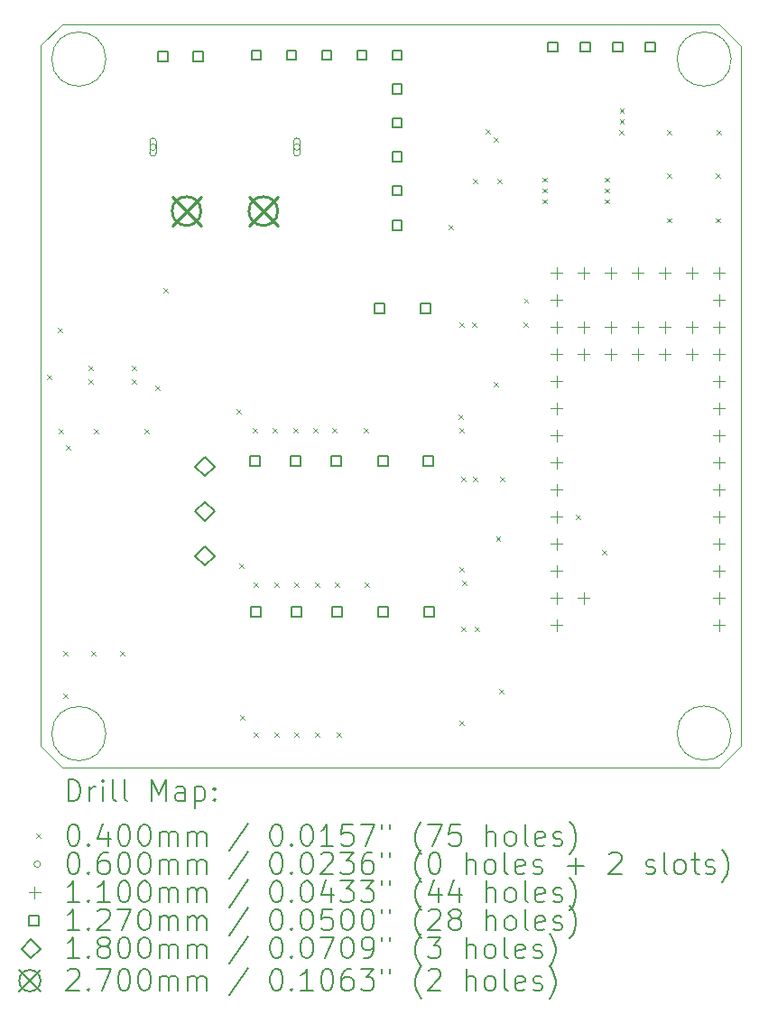
<source format=gbr>
%TF.GenerationSoftware,KiCad,Pcbnew,7.0.9*%
%TF.CreationDate,2023-12-30T21:06:43-05:00*%
%TF.ProjectId,esc,6573632e-6b69-4636-9164-5f7063625858,rev?*%
%TF.SameCoordinates,Original*%
%TF.FileFunction,Drillmap*%
%TF.FilePolarity,Positive*%
%FSLAX45Y45*%
G04 Gerber Fmt 4.5, Leading zero omitted, Abs format (unit mm)*
G04 Created by KiCad (PCBNEW 7.0.9) date 2023-12-30 21:06:43*
%MOMM*%
%LPD*%
G01*
G04 APERTURE LIST*
%ADD10C,0.100000*%
%ADD11C,0.200000*%
%ADD12C,0.110000*%
%ADD13C,0.127000*%
%ADD14C,0.180000*%
%ADD15C,0.270000*%
G04 APERTURE END LIST*
D10*
X4697621Y-12700000D02*
G75*
G03*
X4697621Y-12700000I-254000J0D01*
G01*
X4089696Y-12816896D02*
X4089400Y-6248400D01*
X4697621Y-6375400D02*
G75*
G03*
X4697621Y-6375400I-254000J0D01*
G01*
X4089400Y-6248400D02*
X4287520Y-6050280D01*
X10564500Y-12694920D02*
G75*
G03*
X10564500Y-12694920I-254000J0D01*
G01*
X10455105Y-13015583D02*
X10653225Y-12817463D01*
X4287816Y-13015016D02*
X4089696Y-12816896D01*
X4287520Y-6050280D02*
X10452100Y-6052820D01*
X10564500Y-6375400D02*
G75*
G03*
X10564500Y-6375400I-254000J0D01*
G01*
X10652760Y-6253480D02*
X10452100Y-6052820D01*
X10652760Y-6253480D02*
X10653225Y-12817463D01*
X10455105Y-13015583D02*
X4287816Y-13015016D01*
D11*
D10*
X4144221Y-9338554D02*
X4184221Y-9378554D01*
X4184221Y-9338554D02*
X4144221Y-9378554D01*
X4245821Y-8894054D02*
X4285821Y-8934054D01*
X4285821Y-8894054D02*
X4245821Y-8934054D01*
X4258521Y-9846554D02*
X4298521Y-9886554D01*
X4298521Y-9846554D02*
X4258521Y-9886554D01*
X4296621Y-11929354D02*
X4336621Y-11969354D01*
X4336621Y-11929354D02*
X4296621Y-11969354D01*
X4296621Y-12323054D02*
X4336621Y-12363054D01*
X4336621Y-12323054D02*
X4296621Y-12363054D01*
X4322021Y-9998954D02*
X4362021Y-10038954D01*
X4362021Y-9998954D02*
X4322021Y-10038954D01*
X4537921Y-9249654D02*
X4577921Y-9289654D01*
X4577921Y-9249654D02*
X4537921Y-9289654D01*
X4537921Y-9376654D02*
X4577921Y-9416654D01*
X4577921Y-9376654D02*
X4537921Y-9416654D01*
X4563321Y-11929354D02*
X4603321Y-11969354D01*
X4603321Y-11929354D02*
X4563321Y-11969354D01*
X4588721Y-9846554D02*
X4628721Y-9886554D01*
X4628721Y-9846554D02*
X4588721Y-9886554D01*
X4830021Y-11929354D02*
X4870021Y-11969354D01*
X4870021Y-11929354D02*
X4830021Y-11969354D01*
X4944321Y-9249654D02*
X4984321Y-9289654D01*
X4984321Y-9249654D02*
X4944321Y-9289654D01*
X4944321Y-9376654D02*
X4984321Y-9416654D01*
X4984321Y-9376654D02*
X4944321Y-9416654D01*
X5058621Y-9846554D02*
X5098621Y-9886554D01*
X5098621Y-9846554D02*
X5058621Y-9886554D01*
X5160221Y-9440154D02*
X5200221Y-9480154D01*
X5200221Y-9440154D02*
X5160221Y-9480154D01*
X5236421Y-8525754D02*
X5276421Y-8565754D01*
X5276421Y-8525754D02*
X5236421Y-8565754D01*
X5922221Y-9656054D02*
X5962221Y-9696054D01*
X5962221Y-9656054D02*
X5922221Y-9696054D01*
X5947621Y-11103854D02*
X5987621Y-11143854D01*
X5987621Y-11103854D02*
X5947621Y-11143854D01*
X5960321Y-12526254D02*
X6000321Y-12566254D01*
X6000321Y-12526254D02*
X5960321Y-12566254D01*
X6074621Y-9833854D02*
X6114621Y-9873854D01*
X6114621Y-9833854D02*
X6074621Y-9873854D01*
X6087321Y-11281654D02*
X6127321Y-11321654D01*
X6127321Y-11281654D02*
X6087321Y-11321654D01*
X6087321Y-12691354D02*
X6127321Y-12731354D01*
X6127321Y-12691354D02*
X6087321Y-12731354D01*
X6265121Y-9833854D02*
X6305121Y-9873854D01*
X6305121Y-9833854D02*
X6265121Y-9873854D01*
X6277821Y-11281654D02*
X6317821Y-11321654D01*
X6317821Y-11281654D02*
X6277821Y-11321654D01*
X6278621Y-12691354D02*
X6318621Y-12731354D01*
X6318621Y-12691354D02*
X6278621Y-12731354D01*
X6455621Y-9833854D02*
X6495621Y-9873854D01*
X6495621Y-9833854D02*
X6455621Y-9873854D01*
X6468321Y-11282904D02*
X6508321Y-11322904D01*
X6508321Y-11282904D02*
X6468321Y-11322904D01*
X6468321Y-12691354D02*
X6508321Y-12731354D01*
X6508321Y-12691354D02*
X6468321Y-12731354D01*
X6646121Y-9833854D02*
X6686121Y-9873854D01*
X6686121Y-9833854D02*
X6646121Y-9873854D01*
X6658821Y-11281654D02*
X6698821Y-11321654D01*
X6698821Y-11281654D02*
X6658821Y-11321654D01*
X6659621Y-12691354D02*
X6699621Y-12731354D01*
X6699621Y-12691354D02*
X6659621Y-12731354D01*
X6823921Y-9833854D02*
X6863921Y-9873854D01*
X6863921Y-9833854D02*
X6823921Y-9873854D01*
X6849321Y-11281654D02*
X6889321Y-11321654D01*
X6889321Y-11281654D02*
X6849321Y-11321654D01*
X6862021Y-12691354D02*
X6902021Y-12731354D01*
X6902021Y-12691354D02*
X6862021Y-12731354D01*
X7116021Y-9833854D02*
X7156021Y-9873854D01*
X7156021Y-9833854D02*
X7116021Y-9873854D01*
X7128721Y-11281654D02*
X7168721Y-11321654D01*
X7168721Y-11281654D02*
X7128721Y-11321654D01*
X7915600Y-7930200D02*
X7955600Y-7970200D01*
X7955600Y-7930200D02*
X7915600Y-7970200D01*
X8005021Y-9706854D02*
X8045021Y-9746854D01*
X8045021Y-9706854D02*
X8005021Y-9746854D01*
X8017721Y-8843254D02*
X8057721Y-8883254D01*
X8057721Y-8843254D02*
X8017721Y-8883254D01*
X8017721Y-9833904D02*
X8057721Y-9873904D01*
X8057721Y-9833904D02*
X8017721Y-9873904D01*
X8017721Y-11141954D02*
X8057721Y-11181954D01*
X8057721Y-11141954D02*
X8017721Y-11181954D01*
X8017721Y-12577054D02*
X8057721Y-12617054D01*
X8057721Y-12577054D02*
X8017721Y-12617054D01*
X8030421Y-10291054D02*
X8070421Y-10331054D01*
X8070421Y-10291054D02*
X8030421Y-10331054D01*
X8030421Y-11700754D02*
X8070421Y-11740754D01*
X8070421Y-11700754D02*
X8030421Y-11740754D01*
X8043121Y-11268954D02*
X8083121Y-11308954D01*
X8083121Y-11268954D02*
X8043121Y-11308954D01*
X8132021Y-8843254D02*
X8172021Y-8883254D01*
X8172021Y-8843254D02*
X8132021Y-8883254D01*
X8144200Y-7498400D02*
X8184200Y-7538400D01*
X8184200Y-7498400D02*
X8144200Y-7538400D01*
X8144721Y-10291054D02*
X8184721Y-10331054D01*
X8184721Y-10291054D02*
X8144721Y-10331054D01*
X8157421Y-11700754D02*
X8197421Y-11740754D01*
X8197421Y-11700754D02*
X8157421Y-11740754D01*
X8260400Y-7031040D02*
X8300400Y-7071040D01*
X8300400Y-7031040D02*
X8260400Y-7071040D01*
X8335221Y-9402054D02*
X8375221Y-9442054D01*
X8375221Y-9402054D02*
X8335221Y-9442054D01*
X8336600Y-7112320D02*
X8376600Y-7152320D01*
X8376600Y-7112320D02*
X8336600Y-7152320D01*
X8358253Y-10851710D02*
X8398254Y-10891710D01*
X8398254Y-10851710D02*
X8358253Y-10891710D01*
X8372800Y-7498400D02*
X8412800Y-7538400D01*
X8412800Y-7498400D02*
X8372800Y-7538400D01*
X8386021Y-12280884D02*
X8426021Y-12320884D01*
X8426021Y-12280884D02*
X8386021Y-12320884D01*
X8398721Y-10291054D02*
X8438721Y-10331054D01*
X8438721Y-10291054D02*
X8398721Y-10331054D01*
X8614621Y-8843204D02*
X8654621Y-8883204D01*
X8654621Y-8843204D02*
X8614621Y-8883204D01*
X8620971Y-8621004D02*
X8660971Y-8661004D01*
X8660971Y-8621004D02*
X8620971Y-8661004D01*
X8791900Y-7587300D02*
X8831900Y-7627300D01*
X8831900Y-7587300D02*
X8791900Y-7627300D01*
X8793800Y-7485700D02*
X8833800Y-7525700D01*
X8833800Y-7485700D02*
X8793800Y-7525700D01*
X8793800Y-7688900D02*
X8833800Y-7728900D01*
X8833800Y-7688900D02*
X8793800Y-7728900D01*
X9109921Y-10646654D02*
X9149921Y-10686654D01*
X9149921Y-10646654D02*
X9109921Y-10686654D01*
X9350671Y-10976854D02*
X9390671Y-11016854D01*
X9390671Y-10976854D02*
X9350671Y-11016854D01*
X9376100Y-7587300D02*
X9416100Y-7627300D01*
X9416100Y-7587300D02*
X9376100Y-7627300D01*
X9376100Y-7688900D02*
X9416100Y-7728900D01*
X9416100Y-7688900D02*
X9376100Y-7728900D01*
X9378000Y-7485700D02*
X9418000Y-7525700D01*
X9418000Y-7485700D02*
X9378000Y-7525700D01*
X9515800Y-7041200D02*
X9555800Y-7081200D01*
X9555800Y-7041200D02*
X9515800Y-7081200D01*
X9517700Y-6838000D02*
X9557700Y-6878000D01*
X9557700Y-6838000D02*
X9517700Y-6878000D01*
X9517700Y-6939600D02*
X9557700Y-6979600D01*
X9557700Y-6939600D02*
X9517700Y-6979600D01*
X9960300Y-7041200D02*
X10000300Y-7081200D01*
X10000300Y-7041200D02*
X9960300Y-7081200D01*
X9960300Y-7447600D02*
X10000300Y-7487600D01*
X10000300Y-7447600D02*
X9960300Y-7487600D01*
X9960300Y-7866700D02*
X10000300Y-7906700D01*
X10000300Y-7866700D02*
X9960300Y-7906700D01*
X10417500Y-7447600D02*
X10457500Y-7487600D01*
X10457500Y-7447600D02*
X10417500Y-7487600D01*
X10417500Y-7866700D02*
X10457500Y-7906700D01*
X10457500Y-7866700D02*
X10417500Y-7906700D01*
X10430200Y-7041200D02*
X10470200Y-7081200D01*
X10470200Y-7041200D02*
X10430200Y-7081200D01*
X5169700Y-7200900D02*
G75*
G03*
X5169700Y-7200900I-30000J0D01*
G01*
X5109700Y-7145900D02*
X5109700Y-7255900D01*
X5109700Y-7255900D02*
G75*
G03*
X5169700Y-7255900I30000J0D01*
G01*
X5169700Y-7255900D02*
X5169700Y-7145900D01*
X5169700Y-7145900D02*
G75*
G03*
X5109700Y-7145900I-30000J0D01*
G01*
X6519700Y-7200900D02*
G75*
G03*
X6519700Y-7200900I-30000J0D01*
G01*
X6459700Y-7145900D02*
X6459700Y-7255900D01*
X6459700Y-7255900D02*
G75*
G03*
X6519700Y-7255900I30000J0D01*
G01*
X6519700Y-7255900D02*
X6519700Y-7145900D01*
X6519700Y-7145900D02*
G75*
G03*
X6459700Y-7145900I-30000J0D01*
G01*
D12*
X8926721Y-8325654D02*
X8926721Y-8435654D01*
X8871721Y-8380654D02*
X8981721Y-8380654D01*
X8926721Y-8579654D02*
X8926721Y-8689654D01*
X8871721Y-8634654D02*
X8981721Y-8634654D01*
X8926721Y-8833654D02*
X8926721Y-8943654D01*
X8871721Y-8888654D02*
X8981721Y-8888654D01*
X8926721Y-9087654D02*
X8926721Y-9197654D01*
X8871721Y-9142654D02*
X8981721Y-9142654D01*
X8926721Y-9341654D02*
X8926721Y-9451654D01*
X8871721Y-9396654D02*
X8981721Y-9396654D01*
X8926721Y-9595654D02*
X8926721Y-9705654D01*
X8871721Y-9650654D02*
X8981721Y-9650654D01*
X8926721Y-9849654D02*
X8926721Y-9959654D01*
X8871721Y-9904654D02*
X8981721Y-9904654D01*
X8926721Y-10103654D02*
X8926721Y-10213654D01*
X8871721Y-10158654D02*
X8981721Y-10158654D01*
X8926721Y-10357654D02*
X8926721Y-10467654D01*
X8871721Y-10412654D02*
X8981721Y-10412654D01*
X8926721Y-10611654D02*
X8926721Y-10721654D01*
X8871721Y-10666654D02*
X8981721Y-10666654D01*
X8926721Y-10865654D02*
X8926721Y-10975654D01*
X8871721Y-10920654D02*
X8981721Y-10920654D01*
X8926721Y-11119654D02*
X8926721Y-11229654D01*
X8871721Y-11174654D02*
X8981721Y-11174654D01*
X8926721Y-11373654D02*
X8926721Y-11483654D01*
X8871721Y-11428654D02*
X8981721Y-11428654D01*
X8926721Y-11627654D02*
X8926721Y-11737654D01*
X8871721Y-11682654D02*
X8981721Y-11682654D01*
X9180721Y-8325654D02*
X9180721Y-8435654D01*
X9125721Y-8380654D02*
X9235721Y-8380654D01*
X9180721Y-8833654D02*
X9180721Y-8943654D01*
X9125721Y-8888654D02*
X9235721Y-8888654D01*
X9180721Y-9087654D02*
X9180721Y-9197654D01*
X9125721Y-9142654D02*
X9235721Y-9142654D01*
X9180721Y-11373654D02*
X9180721Y-11483654D01*
X9125721Y-11428654D02*
X9235721Y-11428654D01*
X9434721Y-8325654D02*
X9434721Y-8435654D01*
X9379721Y-8380654D02*
X9489721Y-8380654D01*
X9434721Y-8833654D02*
X9434721Y-8943654D01*
X9379721Y-8888654D02*
X9489721Y-8888654D01*
X9434721Y-9087654D02*
X9434721Y-9197654D01*
X9379721Y-9142654D02*
X9489721Y-9142654D01*
X9688721Y-8325654D02*
X9688721Y-8435654D01*
X9633721Y-8380654D02*
X9743721Y-8380654D01*
X9688721Y-8833654D02*
X9688721Y-8943654D01*
X9633721Y-8888654D02*
X9743721Y-8888654D01*
X9688721Y-9087654D02*
X9688721Y-9197654D01*
X9633721Y-9142654D02*
X9743721Y-9142654D01*
X9942721Y-8325654D02*
X9942721Y-8435654D01*
X9887721Y-8380654D02*
X9997721Y-8380654D01*
X9942721Y-8833654D02*
X9942721Y-8943654D01*
X9887721Y-8888654D02*
X9997721Y-8888654D01*
X9942721Y-9087654D02*
X9942721Y-9197654D01*
X9887721Y-9142654D02*
X9997721Y-9142654D01*
X10196721Y-8325654D02*
X10196721Y-8435654D01*
X10141721Y-8380654D02*
X10251721Y-8380654D01*
X10196721Y-8833654D02*
X10196721Y-8943654D01*
X10141721Y-8888654D02*
X10251721Y-8888654D01*
X10196721Y-9087654D02*
X10196721Y-9197654D01*
X10141721Y-9142654D02*
X10251721Y-9142654D01*
X10450721Y-8325654D02*
X10450721Y-8435654D01*
X10395721Y-8380654D02*
X10505721Y-8380654D01*
X10450721Y-8579654D02*
X10450721Y-8689654D01*
X10395721Y-8634654D02*
X10505721Y-8634654D01*
X10450721Y-8833654D02*
X10450721Y-8943654D01*
X10395721Y-8888654D02*
X10505721Y-8888654D01*
X10450721Y-9087654D02*
X10450721Y-9197654D01*
X10395721Y-9142654D02*
X10505721Y-9142654D01*
X10450721Y-9341654D02*
X10450721Y-9451654D01*
X10395721Y-9396654D02*
X10505721Y-9396654D01*
X10450721Y-9595654D02*
X10450721Y-9705654D01*
X10395721Y-9650654D02*
X10505721Y-9650654D01*
X10450721Y-9849654D02*
X10450721Y-9959654D01*
X10395721Y-9904654D02*
X10505721Y-9904654D01*
X10450721Y-10103654D02*
X10450721Y-10213654D01*
X10395721Y-10158654D02*
X10505721Y-10158654D01*
X10450721Y-10357654D02*
X10450721Y-10467654D01*
X10395721Y-10412654D02*
X10505721Y-10412654D01*
X10450721Y-10611654D02*
X10450721Y-10721654D01*
X10395721Y-10666654D02*
X10505721Y-10666654D01*
X10450721Y-10865654D02*
X10450721Y-10975654D01*
X10395721Y-10920654D02*
X10505721Y-10920654D01*
X10450721Y-11119654D02*
X10450721Y-11229654D01*
X10395721Y-11174654D02*
X10505721Y-11174654D01*
X10450721Y-11373654D02*
X10450721Y-11483654D01*
X10395721Y-11428654D02*
X10505721Y-11428654D01*
X10450721Y-11627654D02*
X10450721Y-11737654D01*
X10395721Y-11682654D02*
X10505721Y-11682654D01*
D13*
X5277302Y-6394902D02*
X5277302Y-6305098D01*
X5187498Y-6305098D01*
X5187498Y-6394902D01*
X5277302Y-6394902D01*
X5607502Y-6394902D02*
X5607502Y-6305098D01*
X5517698Y-6305098D01*
X5517698Y-6394902D01*
X5607502Y-6394902D01*
X6139522Y-10190856D02*
X6139522Y-10101053D01*
X6049719Y-10101053D01*
X6049719Y-10190856D01*
X6139522Y-10190856D01*
X6152222Y-11600556D02*
X6152222Y-11510753D01*
X6062419Y-11510753D01*
X6062419Y-11600556D01*
X6152222Y-11600556D01*
X6155502Y-6382202D02*
X6155502Y-6292398D01*
X6065698Y-6292398D01*
X6065698Y-6382202D01*
X6155502Y-6382202D01*
X6485702Y-6382202D02*
X6485702Y-6292398D01*
X6395898Y-6292398D01*
X6395898Y-6382202D01*
X6485702Y-6382202D01*
X6520522Y-10190856D02*
X6520522Y-10101053D01*
X6430719Y-10101053D01*
X6430719Y-10190856D01*
X6520522Y-10190856D01*
X6533222Y-11600556D02*
X6533222Y-11510753D01*
X6443419Y-11510753D01*
X6443419Y-11600556D01*
X6533222Y-11600556D01*
X6815902Y-6382202D02*
X6815902Y-6292398D01*
X6726098Y-6292398D01*
X6726098Y-6382202D01*
X6815902Y-6382202D01*
X6901522Y-10190856D02*
X6901522Y-10101053D01*
X6811719Y-10101053D01*
X6811719Y-10190856D01*
X6901522Y-10190856D01*
X6914222Y-11600556D02*
X6914222Y-11510753D01*
X6824419Y-11510753D01*
X6824419Y-11600556D01*
X6914222Y-11600556D01*
X7146102Y-6382202D02*
X7146102Y-6292398D01*
X7056298Y-6292398D01*
X7056298Y-6382202D01*
X7146102Y-6382202D01*
X7307922Y-8755756D02*
X7307922Y-8665953D01*
X7218119Y-8665953D01*
X7218119Y-8755756D01*
X7307922Y-8755756D01*
X7346022Y-10190856D02*
X7346022Y-10101053D01*
X7256219Y-10101053D01*
X7256219Y-10190856D01*
X7346022Y-10190856D01*
X7346022Y-11600556D02*
X7346022Y-11510753D01*
X7256219Y-11510753D01*
X7256219Y-11600556D01*
X7346022Y-11600556D01*
X7474402Y-6382202D02*
X7474402Y-6292398D01*
X7384598Y-6292398D01*
X7384598Y-6382202D01*
X7474402Y-6382202D01*
X7474402Y-6699702D02*
X7474402Y-6609898D01*
X7384598Y-6609898D01*
X7384598Y-6699702D01*
X7474402Y-6699702D01*
X7474402Y-7017202D02*
X7474402Y-6927398D01*
X7384598Y-6927398D01*
X7384598Y-7017202D01*
X7474402Y-7017202D01*
X7474402Y-7334702D02*
X7474402Y-7244898D01*
X7384598Y-7244898D01*
X7384598Y-7334702D01*
X7474402Y-7334702D01*
X7474402Y-7652202D02*
X7474402Y-7562398D01*
X7384598Y-7562398D01*
X7384598Y-7652202D01*
X7474402Y-7652202D01*
X7474922Y-7981056D02*
X7474922Y-7891253D01*
X7385119Y-7891253D01*
X7385119Y-7981056D01*
X7474922Y-7981056D01*
X7739722Y-8755756D02*
X7739722Y-8665953D01*
X7649919Y-8665953D01*
X7649919Y-8755756D01*
X7739722Y-8755756D01*
X7765122Y-10190806D02*
X7765122Y-10101003D01*
X7675319Y-10101003D01*
X7675319Y-10190806D01*
X7765122Y-10190806D01*
X7777822Y-11600556D02*
X7777822Y-11510753D01*
X7688019Y-11510753D01*
X7688019Y-11600556D01*
X7777822Y-11600556D01*
X8933002Y-6306002D02*
X8933002Y-6216198D01*
X8843198Y-6216198D01*
X8843198Y-6306002D01*
X8933002Y-6306002D01*
X9237802Y-6306002D02*
X9237802Y-6216198D01*
X9147998Y-6216198D01*
X9147998Y-6306002D01*
X9237802Y-6306002D01*
X9542602Y-6306002D02*
X9542602Y-6216198D01*
X9452798Y-6216198D01*
X9452798Y-6306002D01*
X9542602Y-6306002D01*
X9847402Y-6306002D02*
X9847402Y-6216198D01*
X9757598Y-6216198D01*
X9757598Y-6306002D01*
X9847402Y-6306002D01*
D14*
X5627772Y-10285855D02*
X5717772Y-10195855D01*
X5627772Y-10105855D01*
X5537772Y-10195855D01*
X5627772Y-10285855D01*
X5627772Y-10705854D02*
X5717772Y-10615854D01*
X5627772Y-10525854D01*
X5537772Y-10615854D01*
X5627772Y-10705854D01*
X5627772Y-11125854D02*
X5717772Y-11035854D01*
X5627772Y-10945854D01*
X5537772Y-11035854D01*
X5627772Y-11125854D01*
D15*
X5319700Y-7665900D02*
X5589700Y-7935900D01*
X5589700Y-7665900D02*
X5319700Y-7935900D01*
X5589700Y-7800900D02*
G75*
G03*
X5589700Y-7800900I-135000J0D01*
G01*
X6039700Y-7665900D02*
X6309700Y-7935900D01*
X6309700Y-7665900D02*
X6039700Y-7935900D01*
X6309700Y-7800900D02*
G75*
G03*
X6309700Y-7800900I-135000J0D01*
G01*
D11*
X4345177Y-13332067D02*
X4345177Y-13132067D01*
X4345177Y-13132067D02*
X4392796Y-13132067D01*
X4392796Y-13132067D02*
X4421367Y-13141591D01*
X4421367Y-13141591D02*
X4440415Y-13160639D01*
X4440415Y-13160639D02*
X4449939Y-13179686D01*
X4449939Y-13179686D02*
X4459463Y-13217781D01*
X4459463Y-13217781D02*
X4459463Y-13246353D01*
X4459463Y-13246353D02*
X4449939Y-13284448D01*
X4449939Y-13284448D02*
X4440415Y-13303496D01*
X4440415Y-13303496D02*
X4421367Y-13322543D01*
X4421367Y-13322543D02*
X4392796Y-13332067D01*
X4392796Y-13332067D02*
X4345177Y-13332067D01*
X4545177Y-13332067D02*
X4545177Y-13198734D01*
X4545177Y-13236829D02*
X4554701Y-13217781D01*
X4554701Y-13217781D02*
X4564224Y-13208258D01*
X4564224Y-13208258D02*
X4583272Y-13198734D01*
X4583272Y-13198734D02*
X4602320Y-13198734D01*
X4668986Y-13332067D02*
X4668986Y-13198734D01*
X4668986Y-13132067D02*
X4659463Y-13141591D01*
X4659463Y-13141591D02*
X4668986Y-13151115D01*
X4668986Y-13151115D02*
X4678510Y-13141591D01*
X4678510Y-13141591D02*
X4668986Y-13132067D01*
X4668986Y-13132067D02*
X4668986Y-13151115D01*
X4792796Y-13332067D02*
X4773748Y-13322543D01*
X4773748Y-13322543D02*
X4764224Y-13303496D01*
X4764224Y-13303496D02*
X4764224Y-13132067D01*
X4897558Y-13332067D02*
X4878510Y-13322543D01*
X4878510Y-13322543D02*
X4868986Y-13303496D01*
X4868986Y-13303496D02*
X4868986Y-13132067D01*
X5126129Y-13332067D02*
X5126129Y-13132067D01*
X5126129Y-13132067D02*
X5192796Y-13274924D01*
X5192796Y-13274924D02*
X5259463Y-13132067D01*
X5259463Y-13132067D02*
X5259463Y-13332067D01*
X5440415Y-13332067D02*
X5440415Y-13227305D01*
X5440415Y-13227305D02*
X5430891Y-13208258D01*
X5430891Y-13208258D02*
X5411844Y-13198734D01*
X5411844Y-13198734D02*
X5373748Y-13198734D01*
X5373748Y-13198734D02*
X5354701Y-13208258D01*
X5440415Y-13322543D02*
X5421367Y-13332067D01*
X5421367Y-13332067D02*
X5373748Y-13332067D01*
X5373748Y-13332067D02*
X5354701Y-13322543D01*
X5354701Y-13322543D02*
X5345177Y-13303496D01*
X5345177Y-13303496D02*
X5345177Y-13284448D01*
X5345177Y-13284448D02*
X5354701Y-13265400D01*
X5354701Y-13265400D02*
X5373748Y-13255877D01*
X5373748Y-13255877D02*
X5421367Y-13255877D01*
X5421367Y-13255877D02*
X5440415Y-13246353D01*
X5535653Y-13198734D02*
X5535653Y-13398734D01*
X5535653Y-13208258D02*
X5554701Y-13198734D01*
X5554701Y-13198734D02*
X5592796Y-13198734D01*
X5592796Y-13198734D02*
X5611843Y-13208258D01*
X5611843Y-13208258D02*
X5621367Y-13217781D01*
X5621367Y-13217781D02*
X5630891Y-13236829D01*
X5630891Y-13236829D02*
X5630891Y-13293972D01*
X5630891Y-13293972D02*
X5621367Y-13313019D01*
X5621367Y-13313019D02*
X5611843Y-13322543D01*
X5611843Y-13322543D02*
X5592796Y-13332067D01*
X5592796Y-13332067D02*
X5554701Y-13332067D01*
X5554701Y-13332067D02*
X5535653Y-13322543D01*
X5716605Y-13313019D02*
X5726129Y-13322543D01*
X5726129Y-13322543D02*
X5716605Y-13332067D01*
X5716605Y-13332067D02*
X5707082Y-13322543D01*
X5707082Y-13322543D02*
X5716605Y-13313019D01*
X5716605Y-13313019D02*
X5716605Y-13332067D01*
X5716605Y-13208258D02*
X5726129Y-13217781D01*
X5726129Y-13217781D02*
X5716605Y-13227305D01*
X5716605Y-13227305D02*
X5707082Y-13217781D01*
X5707082Y-13217781D02*
X5716605Y-13208258D01*
X5716605Y-13208258D02*
X5716605Y-13227305D01*
D10*
X4044400Y-13640583D02*
X4084400Y-13680583D01*
X4084400Y-13640583D02*
X4044400Y-13680583D01*
D11*
X4383272Y-13552067D02*
X4402320Y-13552067D01*
X4402320Y-13552067D02*
X4421367Y-13561591D01*
X4421367Y-13561591D02*
X4430891Y-13571115D01*
X4430891Y-13571115D02*
X4440415Y-13590162D01*
X4440415Y-13590162D02*
X4449939Y-13628258D01*
X4449939Y-13628258D02*
X4449939Y-13675877D01*
X4449939Y-13675877D02*
X4440415Y-13713972D01*
X4440415Y-13713972D02*
X4430891Y-13733019D01*
X4430891Y-13733019D02*
X4421367Y-13742543D01*
X4421367Y-13742543D02*
X4402320Y-13752067D01*
X4402320Y-13752067D02*
X4383272Y-13752067D01*
X4383272Y-13752067D02*
X4364224Y-13742543D01*
X4364224Y-13742543D02*
X4354701Y-13733019D01*
X4354701Y-13733019D02*
X4345177Y-13713972D01*
X4345177Y-13713972D02*
X4335653Y-13675877D01*
X4335653Y-13675877D02*
X4335653Y-13628258D01*
X4335653Y-13628258D02*
X4345177Y-13590162D01*
X4345177Y-13590162D02*
X4354701Y-13571115D01*
X4354701Y-13571115D02*
X4364224Y-13561591D01*
X4364224Y-13561591D02*
X4383272Y-13552067D01*
X4535653Y-13733019D02*
X4545177Y-13742543D01*
X4545177Y-13742543D02*
X4535653Y-13752067D01*
X4535653Y-13752067D02*
X4526129Y-13742543D01*
X4526129Y-13742543D02*
X4535653Y-13733019D01*
X4535653Y-13733019D02*
X4535653Y-13752067D01*
X4716605Y-13618734D02*
X4716605Y-13752067D01*
X4668986Y-13542543D02*
X4621367Y-13685400D01*
X4621367Y-13685400D02*
X4745177Y-13685400D01*
X4859463Y-13552067D02*
X4878510Y-13552067D01*
X4878510Y-13552067D02*
X4897558Y-13561591D01*
X4897558Y-13561591D02*
X4907082Y-13571115D01*
X4907082Y-13571115D02*
X4916605Y-13590162D01*
X4916605Y-13590162D02*
X4926129Y-13628258D01*
X4926129Y-13628258D02*
X4926129Y-13675877D01*
X4926129Y-13675877D02*
X4916605Y-13713972D01*
X4916605Y-13713972D02*
X4907082Y-13733019D01*
X4907082Y-13733019D02*
X4897558Y-13742543D01*
X4897558Y-13742543D02*
X4878510Y-13752067D01*
X4878510Y-13752067D02*
X4859463Y-13752067D01*
X4859463Y-13752067D02*
X4840415Y-13742543D01*
X4840415Y-13742543D02*
X4830891Y-13733019D01*
X4830891Y-13733019D02*
X4821367Y-13713972D01*
X4821367Y-13713972D02*
X4811844Y-13675877D01*
X4811844Y-13675877D02*
X4811844Y-13628258D01*
X4811844Y-13628258D02*
X4821367Y-13590162D01*
X4821367Y-13590162D02*
X4830891Y-13571115D01*
X4830891Y-13571115D02*
X4840415Y-13561591D01*
X4840415Y-13561591D02*
X4859463Y-13552067D01*
X5049939Y-13552067D02*
X5068986Y-13552067D01*
X5068986Y-13552067D02*
X5088034Y-13561591D01*
X5088034Y-13561591D02*
X5097558Y-13571115D01*
X5097558Y-13571115D02*
X5107082Y-13590162D01*
X5107082Y-13590162D02*
X5116605Y-13628258D01*
X5116605Y-13628258D02*
X5116605Y-13675877D01*
X5116605Y-13675877D02*
X5107082Y-13713972D01*
X5107082Y-13713972D02*
X5097558Y-13733019D01*
X5097558Y-13733019D02*
X5088034Y-13742543D01*
X5088034Y-13742543D02*
X5068986Y-13752067D01*
X5068986Y-13752067D02*
X5049939Y-13752067D01*
X5049939Y-13752067D02*
X5030891Y-13742543D01*
X5030891Y-13742543D02*
X5021367Y-13733019D01*
X5021367Y-13733019D02*
X5011844Y-13713972D01*
X5011844Y-13713972D02*
X5002320Y-13675877D01*
X5002320Y-13675877D02*
X5002320Y-13628258D01*
X5002320Y-13628258D02*
X5011844Y-13590162D01*
X5011844Y-13590162D02*
X5021367Y-13571115D01*
X5021367Y-13571115D02*
X5030891Y-13561591D01*
X5030891Y-13561591D02*
X5049939Y-13552067D01*
X5202320Y-13752067D02*
X5202320Y-13618734D01*
X5202320Y-13637781D02*
X5211844Y-13628258D01*
X5211844Y-13628258D02*
X5230891Y-13618734D01*
X5230891Y-13618734D02*
X5259463Y-13618734D01*
X5259463Y-13618734D02*
X5278510Y-13628258D01*
X5278510Y-13628258D02*
X5288034Y-13647305D01*
X5288034Y-13647305D02*
X5288034Y-13752067D01*
X5288034Y-13647305D02*
X5297558Y-13628258D01*
X5297558Y-13628258D02*
X5316605Y-13618734D01*
X5316605Y-13618734D02*
X5345177Y-13618734D01*
X5345177Y-13618734D02*
X5364225Y-13628258D01*
X5364225Y-13628258D02*
X5373748Y-13647305D01*
X5373748Y-13647305D02*
X5373748Y-13752067D01*
X5468986Y-13752067D02*
X5468986Y-13618734D01*
X5468986Y-13637781D02*
X5478510Y-13628258D01*
X5478510Y-13628258D02*
X5497558Y-13618734D01*
X5497558Y-13618734D02*
X5526129Y-13618734D01*
X5526129Y-13618734D02*
X5545177Y-13628258D01*
X5545177Y-13628258D02*
X5554701Y-13647305D01*
X5554701Y-13647305D02*
X5554701Y-13752067D01*
X5554701Y-13647305D02*
X5564225Y-13628258D01*
X5564225Y-13628258D02*
X5583272Y-13618734D01*
X5583272Y-13618734D02*
X5611843Y-13618734D01*
X5611843Y-13618734D02*
X5630891Y-13628258D01*
X5630891Y-13628258D02*
X5640415Y-13647305D01*
X5640415Y-13647305D02*
X5640415Y-13752067D01*
X6030891Y-13542543D02*
X5859463Y-13799686D01*
X6288034Y-13552067D02*
X6307082Y-13552067D01*
X6307082Y-13552067D02*
X6326129Y-13561591D01*
X6326129Y-13561591D02*
X6335653Y-13571115D01*
X6335653Y-13571115D02*
X6345177Y-13590162D01*
X6345177Y-13590162D02*
X6354701Y-13628258D01*
X6354701Y-13628258D02*
X6354701Y-13675877D01*
X6354701Y-13675877D02*
X6345177Y-13713972D01*
X6345177Y-13713972D02*
X6335653Y-13733019D01*
X6335653Y-13733019D02*
X6326129Y-13742543D01*
X6326129Y-13742543D02*
X6307082Y-13752067D01*
X6307082Y-13752067D02*
X6288034Y-13752067D01*
X6288034Y-13752067D02*
X6268986Y-13742543D01*
X6268986Y-13742543D02*
X6259463Y-13733019D01*
X6259463Y-13733019D02*
X6249939Y-13713972D01*
X6249939Y-13713972D02*
X6240415Y-13675877D01*
X6240415Y-13675877D02*
X6240415Y-13628258D01*
X6240415Y-13628258D02*
X6249939Y-13590162D01*
X6249939Y-13590162D02*
X6259463Y-13571115D01*
X6259463Y-13571115D02*
X6268986Y-13561591D01*
X6268986Y-13561591D02*
X6288034Y-13552067D01*
X6440415Y-13733019D02*
X6449939Y-13742543D01*
X6449939Y-13742543D02*
X6440415Y-13752067D01*
X6440415Y-13752067D02*
X6430891Y-13742543D01*
X6430891Y-13742543D02*
X6440415Y-13733019D01*
X6440415Y-13733019D02*
X6440415Y-13752067D01*
X6573748Y-13552067D02*
X6592796Y-13552067D01*
X6592796Y-13552067D02*
X6611844Y-13561591D01*
X6611844Y-13561591D02*
X6621367Y-13571115D01*
X6621367Y-13571115D02*
X6630891Y-13590162D01*
X6630891Y-13590162D02*
X6640415Y-13628258D01*
X6640415Y-13628258D02*
X6640415Y-13675877D01*
X6640415Y-13675877D02*
X6630891Y-13713972D01*
X6630891Y-13713972D02*
X6621367Y-13733019D01*
X6621367Y-13733019D02*
X6611844Y-13742543D01*
X6611844Y-13742543D02*
X6592796Y-13752067D01*
X6592796Y-13752067D02*
X6573748Y-13752067D01*
X6573748Y-13752067D02*
X6554701Y-13742543D01*
X6554701Y-13742543D02*
X6545177Y-13733019D01*
X6545177Y-13733019D02*
X6535653Y-13713972D01*
X6535653Y-13713972D02*
X6526129Y-13675877D01*
X6526129Y-13675877D02*
X6526129Y-13628258D01*
X6526129Y-13628258D02*
X6535653Y-13590162D01*
X6535653Y-13590162D02*
X6545177Y-13571115D01*
X6545177Y-13571115D02*
X6554701Y-13561591D01*
X6554701Y-13561591D02*
X6573748Y-13552067D01*
X6830891Y-13752067D02*
X6716606Y-13752067D01*
X6773748Y-13752067D02*
X6773748Y-13552067D01*
X6773748Y-13552067D02*
X6754701Y-13580639D01*
X6754701Y-13580639D02*
X6735653Y-13599686D01*
X6735653Y-13599686D02*
X6716606Y-13609210D01*
X7011844Y-13552067D02*
X6916606Y-13552067D01*
X6916606Y-13552067D02*
X6907082Y-13647305D01*
X6907082Y-13647305D02*
X6916606Y-13637781D01*
X6916606Y-13637781D02*
X6935653Y-13628258D01*
X6935653Y-13628258D02*
X6983272Y-13628258D01*
X6983272Y-13628258D02*
X7002320Y-13637781D01*
X7002320Y-13637781D02*
X7011844Y-13647305D01*
X7011844Y-13647305D02*
X7021367Y-13666353D01*
X7021367Y-13666353D02*
X7021367Y-13713972D01*
X7021367Y-13713972D02*
X7011844Y-13733019D01*
X7011844Y-13733019D02*
X7002320Y-13742543D01*
X7002320Y-13742543D02*
X6983272Y-13752067D01*
X6983272Y-13752067D02*
X6935653Y-13752067D01*
X6935653Y-13752067D02*
X6916606Y-13742543D01*
X6916606Y-13742543D02*
X6907082Y-13733019D01*
X7088034Y-13552067D02*
X7221367Y-13552067D01*
X7221367Y-13552067D02*
X7135653Y-13752067D01*
X7288034Y-13552067D02*
X7288034Y-13590162D01*
X7364225Y-13552067D02*
X7364225Y-13590162D01*
X7659463Y-13828258D02*
X7649939Y-13818734D01*
X7649939Y-13818734D02*
X7630891Y-13790162D01*
X7630891Y-13790162D02*
X7621368Y-13771115D01*
X7621368Y-13771115D02*
X7611844Y-13742543D01*
X7611844Y-13742543D02*
X7602320Y-13694924D01*
X7602320Y-13694924D02*
X7602320Y-13656829D01*
X7602320Y-13656829D02*
X7611844Y-13609210D01*
X7611844Y-13609210D02*
X7621368Y-13580639D01*
X7621368Y-13580639D02*
X7630891Y-13561591D01*
X7630891Y-13561591D02*
X7649939Y-13533019D01*
X7649939Y-13533019D02*
X7659463Y-13523496D01*
X7716606Y-13552067D02*
X7849939Y-13552067D01*
X7849939Y-13552067D02*
X7764225Y-13752067D01*
X8021368Y-13552067D02*
X7926129Y-13552067D01*
X7926129Y-13552067D02*
X7916606Y-13647305D01*
X7916606Y-13647305D02*
X7926129Y-13637781D01*
X7926129Y-13637781D02*
X7945177Y-13628258D01*
X7945177Y-13628258D02*
X7992796Y-13628258D01*
X7992796Y-13628258D02*
X8011844Y-13637781D01*
X8011844Y-13637781D02*
X8021368Y-13647305D01*
X8021368Y-13647305D02*
X8030891Y-13666353D01*
X8030891Y-13666353D02*
X8030891Y-13713972D01*
X8030891Y-13713972D02*
X8021368Y-13733019D01*
X8021368Y-13733019D02*
X8011844Y-13742543D01*
X8011844Y-13742543D02*
X7992796Y-13752067D01*
X7992796Y-13752067D02*
X7945177Y-13752067D01*
X7945177Y-13752067D02*
X7926129Y-13742543D01*
X7926129Y-13742543D02*
X7916606Y-13733019D01*
X8268987Y-13752067D02*
X8268987Y-13552067D01*
X8354701Y-13752067D02*
X8354701Y-13647305D01*
X8354701Y-13647305D02*
X8345177Y-13628258D01*
X8345177Y-13628258D02*
X8326130Y-13618734D01*
X8326130Y-13618734D02*
X8297558Y-13618734D01*
X8297558Y-13618734D02*
X8278510Y-13628258D01*
X8278510Y-13628258D02*
X8268987Y-13637781D01*
X8478511Y-13752067D02*
X8459463Y-13742543D01*
X8459463Y-13742543D02*
X8449939Y-13733019D01*
X8449939Y-13733019D02*
X8440415Y-13713972D01*
X8440415Y-13713972D02*
X8440415Y-13656829D01*
X8440415Y-13656829D02*
X8449939Y-13637781D01*
X8449939Y-13637781D02*
X8459463Y-13628258D01*
X8459463Y-13628258D02*
X8478511Y-13618734D01*
X8478511Y-13618734D02*
X8507082Y-13618734D01*
X8507082Y-13618734D02*
X8526130Y-13628258D01*
X8526130Y-13628258D02*
X8535653Y-13637781D01*
X8535653Y-13637781D02*
X8545177Y-13656829D01*
X8545177Y-13656829D02*
X8545177Y-13713972D01*
X8545177Y-13713972D02*
X8535653Y-13733019D01*
X8535653Y-13733019D02*
X8526130Y-13742543D01*
X8526130Y-13742543D02*
X8507082Y-13752067D01*
X8507082Y-13752067D02*
X8478511Y-13752067D01*
X8659463Y-13752067D02*
X8640415Y-13742543D01*
X8640415Y-13742543D02*
X8630892Y-13723496D01*
X8630892Y-13723496D02*
X8630892Y-13552067D01*
X8811844Y-13742543D02*
X8792796Y-13752067D01*
X8792796Y-13752067D02*
X8754701Y-13752067D01*
X8754701Y-13752067D02*
X8735653Y-13742543D01*
X8735653Y-13742543D02*
X8726130Y-13723496D01*
X8726130Y-13723496D02*
X8726130Y-13647305D01*
X8726130Y-13647305D02*
X8735653Y-13628258D01*
X8735653Y-13628258D02*
X8754701Y-13618734D01*
X8754701Y-13618734D02*
X8792796Y-13618734D01*
X8792796Y-13618734D02*
X8811844Y-13628258D01*
X8811844Y-13628258D02*
X8821368Y-13647305D01*
X8821368Y-13647305D02*
X8821368Y-13666353D01*
X8821368Y-13666353D02*
X8726130Y-13685400D01*
X8897558Y-13742543D02*
X8916606Y-13752067D01*
X8916606Y-13752067D02*
X8954701Y-13752067D01*
X8954701Y-13752067D02*
X8973749Y-13742543D01*
X8973749Y-13742543D02*
X8983273Y-13723496D01*
X8983273Y-13723496D02*
X8983273Y-13713972D01*
X8983273Y-13713972D02*
X8973749Y-13694924D01*
X8973749Y-13694924D02*
X8954701Y-13685400D01*
X8954701Y-13685400D02*
X8926130Y-13685400D01*
X8926130Y-13685400D02*
X8907082Y-13675877D01*
X8907082Y-13675877D02*
X8897558Y-13656829D01*
X8897558Y-13656829D02*
X8897558Y-13647305D01*
X8897558Y-13647305D02*
X8907082Y-13628258D01*
X8907082Y-13628258D02*
X8926130Y-13618734D01*
X8926130Y-13618734D02*
X8954701Y-13618734D01*
X8954701Y-13618734D02*
X8973749Y-13628258D01*
X9049939Y-13828258D02*
X9059463Y-13818734D01*
X9059463Y-13818734D02*
X9078511Y-13790162D01*
X9078511Y-13790162D02*
X9088034Y-13771115D01*
X9088034Y-13771115D02*
X9097558Y-13742543D01*
X9097558Y-13742543D02*
X9107082Y-13694924D01*
X9107082Y-13694924D02*
X9107082Y-13656829D01*
X9107082Y-13656829D02*
X9097558Y-13609210D01*
X9097558Y-13609210D02*
X9088034Y-13580639D01*
X9088034Y-13580639D02*
X9078511Y-13561591D01*
X9078511Y-13561591D02*
X9059463Y-13533019D01*
X9059463Y-13533019D02*
X9049939Y-13523496D01*
D10*
X4084400Y-13924583D02*
G75*
G03*
X4084400Y-13924583I-30000J0D01*
G01*
D11*
X4383272Y-13816067D02*
X4402320Y-13816067D01*
X4402320Y-13816067D02*
X4421367Y-13825591D01*
X4421367Y-13825591D02*
X4430891Y-13835115D01*
X4430891Y-13835115D02*
X4440415Y-13854162D01*
X4440415Y-13854162D02*
X4449939Y-13892258D01*
X4449939Y-13892258D02*
X4449939Y-13939877D01*
X4449939Y-13939877D02*
X4440415Y-13977972D01*
X4440415Y-13977972D02*
X4430891Y-13997019D01*
X4430891Y-13997019D02*
X4421367Y-14006543D01*
X4421367Y-14006543D02*
X4402320Y-14016067D01*
X4402320Y-14016067D02*
X4383272Y-14016067D01*
X4383272Y-14016067D02*
X4364224Y-14006543D01*
X4364224Y-14006543D02*
X4354701Y-13997019D01*
X4354701Y-13997019D02*
X4345177Y-13977972D01*
X4345177Y-13977972D02*
X4335653Y-13939877D01*
X4335653Y-13939877D02*
X4335653Y-13892258D01*
X4335653Y-13892258D02*
X4345177Y-13854162D01*
X4345177Y-13854162D02*
X4354701Y-13835115D01*
X4354701Y-13835115D02*
X4364224Y-13825591D01*
X4364224Y-13825591D02*
X4383272Y-13816067D01*
X4535653Y-13997019D02*
X4545177Y-14006543D01*
X4545177Y-14006543D02*
X4535653Y-14016067D01*
X4535653Y-14016067D02*
X4526129Y-14006543D01*
X4526129Y-14006543D02*
X4535653Y-13997019D01*
X4535653Y-13997019D02*
X4535653Y-14016067D01*
X4716605Y-13816067D02*
X4678510Y-13816067D01*
X4678510Y-13816067D02*
X4659463Y-13825591D01*
X4659463Y-13825591D02*
X4649939Y-13835115D01*
X4649939Y-13835115D02*
X4630891Y-13863686D01*
X4630891Y-13863686D02*
X4621367Y-13901781D01*
X4621367Y-13901781D02*
X4621367Y-13977972D01*
X4621367Y-13977972D02*
X4630891Y-13997019D01*
X4630891Y-13997019D02*
X4640415Y-14006543D01*
X4640415Y-14006543D02*
X4659463Y-14016067D01*
X4659463Y-14016067D02*
X4697558Y-14016067D01*
X4697558Y-14016067D02*
X4716605Y-14006543D01*
X4716605Y-14006543D02*
X4726129Y-13997019D01*
X4726129Y-13997019D02*
X4735653Y-13977972D01*
X4735653Y-13977972D02*
X4735653Y-13930353D01*
X4735653Y-13930353D02*
X4726129Y-13911305D01*
X4726129Y-13911305D02*
X4716605Y-13901781D01*
X4716605Y-13901781D02*
X4697558Y-13892258D01*
X4697558Y-13892258D02*
X4659463Y-13892258D01*
X4659463Y-13892258D02*
X4640415Y-13901781D01*
X4640415Y-13901781D02*
X4630891Y-13911305D01*
X4630891Y-13911305D02*
X4621367Y-13930353D01*
X4859463Y-13816067D02*
X4878510Y-13816067D01*
X4878510Y-13816067D02*
X4897558Y-13825591D01*
X4897558Y-13825591D02*
X4907082Y-13835115D01*
X4907082Y-13835115D02*
X4916605Y-13854162D01*
X4916605Y-13854162D02*
X4926129Y-13892258D01*
X4926129Y-13892258D02*
X4926129Y-13939877D01*
X4926129Y-13939877D02*
X4916605Y-13977972D01*
X4916605Y-13977972D02*
X4907082Y-13997019D01*
X4907082Y-13997019D02*
X4897558Y-14006543D01*
X4897558Y-14006543D02*
X4878510Y-14016067D01*
X4878510Y-14016067D02*
X4859463Y-14016067D01*
X4859463Y-14016067D02*
X4840415Y-14006543D01*
X4840415Y-14006543D02*
X4830891Y-13997019D01*
X4830891Y-13997019D02*
X4821367Y-13977972D01*
X4821367Y-13977972D02*
X4811844Y-13939877D01*
X4811844Y-13939877D02*
X4811844Y-13892258D01*
X4811844Y-13892258D02*
X4821367Y-13854162D01*
X4821367Y-13854162D02*
X4830891Y-13835115D01*
X4830891Y-13835115D02*
X4840415Y-13825591D01*
X4840415Y-13825591D02*
X4859463Y-13816067D01*
X5049939Y-13816067D02*
X5068986Y-13816067D01*
X5068986Y-13816067D02*
X5088034Y-13825591D01*
X5088034Y-13825591D02*
X5097558Y-13835115D01*
X5097558Y-13835115D02*
X5107082Y-13854162D01*
X5107082Y-13854162D02*
X5116605Y-13892258D01*
X5116605Y-13892258D02*
X5116605Y-13939877D01*
X5116605Y-13939877D02*
X5107082Y-13977972D01*
X5107082Y-13977972D02*
X5097558Y-13997019D01*
X5097558Y-13997019D02*
X5088034Y-14006543D01*
X5088034Y-14006543D02*
X5068986Y-14016067D01*
X5068986Y-14016067D02*
X5049939Y-14016067D01*
X5049939Y-14016067D02*
X5030891Y-14006543D01*
X5030891Y-14006543D02*
X5021367Y-13997019D01*
X5021367Y-13997019D02*
X5011844Y-13977972D01*
X5011844Y-13977972D02*
X5002320Y-13939877D01*
X5002320Y-13939877D02*
X5002320Y-13892258D01*
X5002320Y-13892258D02*
X5011844Y-13854162D01*
X5011844Y-13854162D02*
X5021367Y-13835115D01*
X5021367Y-13835115D02*
X5030891Y-13825591D01*
X5030891Y-13825591D02*
X5049939Y-13816067D01*
X5202320Y-14016067D02*
X5202320Y-13882734D01*
X5202320Y-13901781D02*
X5211844Y-13892258D01*
X5211844Y-13892258D02*
X5230891Y-13882734D01*
X5230891Y-13882734D02*
X5259463Y-13882734D01*
X5259463Y-13882734D02*
X5278510Y-13892258D01*
X5278510Y-13892258D02*
X5288034Y-13911305D01*
X5288034Y-13911305D02*
X5288034Y-14016067D01*
X5288034Y-13911305D02*
X5297558Y-13892258D01*
X5297558Y-13892258D02*
X5316605Y-13882734D01*
X5316605Y-13882734D02*
X5345177Y-13882734D01*
X5345177Y-13882734D02*
X5364225Y-13892258D01*
X5364225Y-13892258D02*
X5373748Y-13911305D01*
X5373748Y-13911305D02*
X5373748Y-14016067D01*
X5468986Y-14016067D02*
X5468986Y-13882734D01*
X5468986Y-13901781D02*
X5478510Y-13892258D01*
X5478510Y-13892258D02*
X5497558Y-13882734D01*
X5497558Y-13882734D02*
X5526129Y-13882734D01*
X5526129Y-13882734D02*
X5545177Y-13892258D01*
X5545177Y-13892258D02*
X5554701Y-13911305D01*
X5554701Y-13911305D02*
X5554701Y-14016067D01*
X5554701Y-13911305D02*
X5564225Y-13892258D01*
X5564225Y-13892258D02*
X5583272Y-13882734D01*
X5583272Y-13882734D02*
X5611843Y-13882734D01*
X5611843Y-13882734D02*
X5630891Y-13892258D01*
X5630891Y-13892258D02*
X5640415Y-13911305D01*
X5640415Y-13911305D02*
X5640415Y-14016067D01*
X6030891Y-13806543D02*
X5859463Y-14063686D01*
X6288034Y-13816067D02*
X6307082Y-13816067D01*
X6307082Y-13816067D02*
X6326129Y-13825591D01*
X6326129Y-13825591D02*
X6335653Y-13835115D01*
X6335653Y-13835115D02*
X6345177Y-13854162D01*
X6345177Y-13854162D02*
X6354701Y-13892258D01*
X6354701Y-13892258D02*
X6354701Y-13939877D01*
X6354701Y-13939877D02*
X6345177Y-13977972D01*
X6345177Y-13977972D02*
X6335653Y-13997019D01*
X6335653Y-13997019D02*
X6326129Y-14006543D01*
X6326129Y-14006543D02*
X6307082Y-14016067D01*
X6307082Y-14016067D02*
X6288034Y-14016067D01*
X6288034Y-14016067D02*
X6268986Y-14006543D01*
X6268986Y-14006543D02*
X6259463Y-13997019D01*
X6259463Y-13997019D02*
X6249939Y-13977972D01*
X6249939Y-13977972D02*
X6240415Y-13939877D01*
X6240415Y-13939877D02*
X6240415Y-13892258D01*
X6240415Y-13892258D02*
X6249939Y-13854162D01*
X6249939Y-13854162D02*
X6259463Y-13835115D01*
X6259463Y-13835115D02*
X6268986Y-13825591D01*
X6268986Y-13825591D02*
X6288034Y-13816067D01*
X6440415Y-13997019D02*
X6449939Y-14006543D01*
X6449939Y-14006543D02*
X6440415Y-14016067D01*
X6440415Y-14016067D02*
X6430891Y-14006543D01*
X6430891Y-14006543D02*
X6440415Y-13997019D01*
X6440415Y-13997019D02*
X6440415Y-14016067D01*
X6573748Y-13816067D02*
X6592796Y-13816067D01*
X6592796Y-13816067D02*
X6611844Y-13825591D01*
X6611844Y-13825591D02*
X6621367Y-13835115D01*
X6621367Y-13835115D02*
X6630891Y-13854162D01*
X6630891Y-13854162D02*
X6640415Y-13892258D01*
X6640415Y-13892258D02*
X6640415Y-13939877D01*
X6640415Y-13939877D02*
X6630891Y-13977972D01*
X6630891Y-13977972D02*
X6621367Y-13997019D01*
X6621367Y-13997019D02*
X6611844Y-14006543D01*
X6611844Y-14006543D02*
X6592796Y-14016067D01*
X6592796Y-14016067D02*
X6573748Y-14016067D01*
X6573748Y-14016067D02*
X6554701Y-14006543D01*
X6554701Y-14006543D02*
X6545177Y-13997019D01*
X6545177Y-13997019D02*
X6535653Y-13977972D01*
X6535653Y-13977972D02*
X6526129Y-13939877D01*
X6526129Y-13939877D02*
X6526129Y-13892258D01*
X6526129Y-13892258D02*
X6535653Y-13854162D01*
X6535653Y-13854162D02*
X6545177Y-13835115D01*
X6545177Y-13835115D02*
X6554701Y-13825591D01*
X6554701Y-13825591D02*
X6573748Y-13816067D01*
X6716606Y-13835115D02*
X6726129Y-13825591D01*
X6726129Y-13825591D02*
X6745177Y-13816067D01*
X6745177Y-13816067D02*
X6792796Y-13816067D01*
X6792796Y-13816067D02*
X6811844Y-13825591D01*
X6811844Y-13825591D02*
X6821367Y-13835115D01*
X6821367Y-13835115D02*
X6830891Y-13854162D01*
X6830891Y-13854162D02*
X6830891Y-13873210D01*
X6830891Y-13873210D02*
X6821367Y-13901781D01*
X6821367Y-13901781D02*
X6707082Y-14016067D01*
X6707082Y-14016067D02*
X6830891Y-14016067D01*
X6897558Y-13816067D02*
X7021367Y-13816067D01*
X7021367Y-13816067D02*
X6954701Y-13892258D01*
X6954701Y-13892258D02*
X6983272Y-13892258D01*
X6983272Y-13892258D02*
X7002320Y-13901781D01*
X7002320Y-13901781D02*
X7011844Y-13911305D01*
X7011844Y-13911305D02*
X7021367Y-13930353D01*
X7021367Y-13930353D02*
X7021367Y-13977972D01*
X7021367Y-13977972D02*
X7011844Y-13997019D01*
X7011844Y-13997019D02*
X7002320Y-14006543D01*
X7002320Y-14006543D02*
X6983272Y-14016067D01*
X6983272Y-14016067D02*
X6926129Y-14016067D01*
X6926129Y-14016067D02*
X6907082Y-14006543D01*
X6907082Y-14006543D02*
X6897558Y-13997019D01*
X7192796Y-13816067D02*
X7154701Y-13816067D01*
X7154701Y-13816067D02*
X7135653Y-13825591D01*
X7135653Y-13825591D02*
X7126129Y-13835115D01*
X7126129Y-13835115D02*
X7107082Y-13863686D01*
X7107082Y-13863686D02*
X7097558Y-13901781D01*
X7097558Y-13901781D02*
X7097558Y-13977972D01*
X7097558Y-13977972D02*
X7107082Y-13997019D01*
X7107082Y-13997019D02*
X7116606Y-14006543D01*
X7116606Y-14006543D02*
X7135653Y-14016067D01*
X7135653Y-14016067D02*
X7173748Y-14016067D01*
X7173748Y-14016067D02*
X7192796Y-14006543D01*
X7192796Y-14006543D02*
X7202320Y-13997019D01*
X7202320Y-13997019D02*
X7211844Y-13977972D01*
X7211844Y-13977972D02*
X7211844Y-13930353D01*
X7211844Y-13930353D02*
X7202320Y-13911305D01*
X7202320Y-13911305D02*
X7192796Y-13901781D01*
X7192796Y-13901781D02*
X7173748Y-13892258D01*
X7173748Y-13892258D02*
X7135653Y-13892258D01*
X7135653Y-13892258D02*
X7116606Y-13901781D01*
X7116606Y-13901781D02*
X7107082Y-13911305D01*
X7107082Y-13911305D02*
X7097558Y-13930353D01*
X7288034Y-13816067D02*
X7288034Y-13854162D01*
X7364225Y-13816067D02*
X7364225Y-13854162D01*
X7659463Y-14092258D02*
X7649939Y-14082734D01*
X7649939Y-14082734D02*
X7630891Y-14054162D01*
X7630891Y-14054162D02*
X7621368Y-14035115D01*
X7621368Y-14035115D02*
X7611844Y-14006543D01*
X7611844Y-14006543D02*
X7602320Y-13958924D01*
X7602320Y-13958924D02*
X7602320Y-13920829D01*
X7602320Y-13920829D02*
X7611844Y-13873210D01*
X7611844Y-13873210D02*
X7621368Y-13844639D01*
X7621368Y-13844639D02*
X7630891Y-13825591D01*
X7630891Y-13825591D02*
X7649939Y-13797019D01*
X7649939Y-13797019D02*
X7659463Y-13787496D01*
X7773748Y-13816067D02*
X7792796Y-13816067D01*
X7792796Y-13816067D02*
X7811844Y-13825591D01*
X7811844Y-13825591D02*
X7821368Y-13835115D01*
X7821368Y-13835115D02*
X7830891Y-13854162D01*
X7830891Y-13854162D02*
X7840415Y-13892258D01*
X7840415Y-13892258D02*
X7840415Y-13939877D01*
X7840415Y-13939877D02*
X7830891Y-13977972D01*
X7830891Y-13977972D02*
X7821368Y-13997019D01*
X7821368Y-13997019D02*
X7811844Y-14006543D01*
X7811844Y-14006543D02*
X7792796Y-14016067D01*
X7792796Y-14016067D02*
X7773748Y-14016067D01*
X7773748Y-14016067D02*
X7754701Y-14006543D01*
X7754701Y-14006543D02*
X7745177Y-13997019D01*
X7745177Y-13997019D02*
X7735653Y-13977972D01*
X7735653Y-13977972D02*
X7726129Y-13939877D01*
X7726129Y-13939877D02*
X7726129Y-13892258D01*
X7726129Y-13892258D02*
X7735653Y-13854162D01*
X7735653Y-13854162D02*
X7745177Y-13835115D01*
X7745177Y-13835115D02*
X7754701Y-13825591D01*
X7754701Y-13825591D02*
X7773748Y-13816067D01*
X8078510Y-14016067D02*
X8078510Y-13816067D01*
X8164225Y-14016067D02*
X8164225Y-13911305D01*
X8164225Y-13911305D02*
X8154701Y-13892258D01*
X8154701Y-13892258D02*
X8135653Y-13882734D01*
X8135653Y-13882734D02*
X8107082Y-13882734D01*
X8107082Y-13882734D02*
X8088034Y-13892258D01*
X8088034Y-13892258D02*
X8078510Y-13901781D01*
X8288034Y-14016067D02*
X8268987Y-14006543D01*
X8268987Y-14006543D02*
X8259463Y-13997019D01*
X8259463Y-13997019D02*
X8249939Y-13977972D01*
X8249939Y-13977972D02*
X8249939Y-13920829D01*
X8249939Y-13920829D02*
X8259463Y-13901781D01*
X8259463Y-13901781D02*
X8268987Y-13892258D01*
X8268987Y-13892258D02*
X8288034Y-13882734D01*
X8288034Y-13882734D02*
X8316606Y-13882734D01*
X8316606Y-13882734D02*
X8335653Y-13892258D01*
X8335653Y-13892258D02*
X8345177Y-13901781D01*
X8345177Y-13901781D02*
X8354701Y-13920829D01*
X8354701Y-13920829D02*
X8354701Y-13977972D01*
X8354701Y-13977972D02*
X8345177Y-13997019D01*
X8345177Y-13997019D02*
X8335653Y-14006543D01*
X8335653Y-14006543D02*
X8316606Y-14016067D01*
X8316606Y-14016067D02*
X8288034Y-14016067D01*
X8468987Y-14016067D02*
X8449939Y-14006543D01*
X8449939Y-14006543D02*
X8440415Y-13987496D01*
X8440415Y-13987496D02*
X8440415Y-13816067D01*
X8621368Y-14006543D02*
X8602320Y-14016067D01*
X8602320Y-14016067D02*
X8564225Y-14016067D01*
X8564225Y-14016067D02*
X8545177Y-14006543D01*
X8545177Y-14006543D02*
X8535653Y-13987496D01*
X8535653Y-13987496D02*
X8535653Y-13911305D01*
X8535653Y-13911305D02*
X8545177Y-13892258D01*
X8545177Y-13892258D02*
X8564225Y-13882734D01*
X8564225Y-13882734D02*
X8602320Y-13882734D01*
X8602320Y-13882734D02*
X8621368Y-13892258D01*
X8621368Y-13892258D02*
X8630892Y-13911305D01*
X8630892Y-13911305D02*
X8630892Y-13930353D01*
X8630892Y-13930353D02*
X8535653Y-13949400D01*
X8707082Y-14006543D02*
X8726130Y-14016067D01*
X8726130Y-14016067D02*
X8764225Y-14016067D01*
X8764225Y-14016067D02*
X8783273Y-14006543D01*
X8783273Y-14006543D02*
X8792796Y-13987496D01*
X8792796Y-13987496D02*
X8792796Y-13977972D01*
X8792796Y-13977972D02*
X8783273Y-13958924D01*
X8783273Y-13958924D02*
X8764225Y-13949400D01*
X8764225Y-13949400D02*
X8735653Y-13949400D01*
X8735653Y-13949400D02*
X8716606Y-13939877D01*
X8716606Y-13939877D02*
X8707082Y-13920829D01*
X8707082Y-13920829D02*
X8707082Y-13911305D01*
X8707082Y-13911305D02*
X8716606Y-13892258D01*
X8716606Y-13892258D02*
X8735653Y-13882734D01*
X8735653Y-13882734D02*
X8764225Y-13882734D01*
X8764225Y-13882734D02*
X8783273Y-13892258D01*
X9030892Y-13939877D02*
X9183273Y-13939877D01*
X9107082Y-14016067D02*
X9107082Y-13863686D01*
X9421368Y-13835115D02*
X9430892Y-13825591D01*
X9430892Y-13825591D02*
X9449939Y-13816067D01*
X9449939Y-13816067D02*
X9497558Y-13816067D01*
X9497558Y-13816067D02*
X9516606Y-13825591D01*
X9516606Y-13825591D02*
X9526130Y-13835115D01*
X9526130Y-13835115D02*
X9535654Y-13854162D01*
X9535654Y-13854162D02*
X9535654Y-13873210D01*
X9535654Y-13873210D02*
X9526130Y-13901781D01*
X9526130Y-13901781D02*
X9411844Y-14016067D01*
X9411844Y-14016067D02*
X9535654Y-14016067D01*
X9764225Y-14006543D02*
X9783273Y-14016067D01*
X9783273Y-14016067D02*
X9821368Y-14016067D01*
X9821368Y-14016067D02*
X9840416Y-14006543D01*
X9840416Y-14006543D02*
X9849939Y-13987496D01*
X9849939Y-13987496D02*
X9849939Y-13977972D01*
X9849939Y-13977972D02*
X9840416Y-13958924D01*
X9840416Y-13958924D02*
X9821368Y-13949400D01*
X9821368Y-13949400D02*
X9792796Y-13949400D01*
X9792796Y-13949400D02*
X9773749Y-13939877D01*
X9773749Y-13939877D02*
X9764225Y-13920829D01*
X9764225Y-13920829D02*
X9764225Y-13911305D01*
X9764225Y-13911305D02*
X9773749Y-13892258D01*
X9773749Y-13892258D02*
X9792796Y-13882734D01*
X9792796Y-13882734D02*
X9821368Y-13882734D01*
X9821368Y-13882734D02*
X9840416Y-13892258D01*
X9964225Y-14016067D02*
X9945177Y-14006543D01*
X9945177Y-14006543D02*
X9935654Y-13987496D01*
X9935654Y-13987496D02*
X9935654Y-13816067D01*
X10068987Y-14016067D02*
X10049939Y-14006543D01*
X10049939Y-14006543D02*
X10040416Y-13997019D01*
X10040416Y-13997019D02*
X10030892Y-13977972D01*
X10030892Y-13977972D02*
X10030892Y-13920829D01*
X10030892Y-13920829D02*
X10040416Y-13901781D01*
X10040416Y-13901781D02*
X10049939Y-13892258D01*
X10049939Y-13892258D02*
X10068987Y-13882734D01*
X10068987Y-13882734D02*
X10097558Y-13882734D01*
X10097558Y-13882734D02*
X10116606Y-13892258D01*
X10116606Y-13892258D02*
X10126130Y-13901781D01*
X10126130Y-13901781D02*
X10135654Y-13920829D01*
X10135654Y-13920829D02*
X10135654Y-13977972D01*
X10135654Y-13977972D02*
X10126130Y-13997019D01*
X10126130Y-13997019D02*
X10116606Y-14006543D01*
X10116606Y-14006543D02*
X10097558Y-14016067D01*
X10097558Y-14016067D02*
X10068987Y-14016067D01*
X10192797Y-13882734D02*
X10268987Y-13882734D01*
X10221368Y-13816067D02*
X10221368Y-13987496D01*
X10221368Y-13987496D02*
X10230892Y-14006543D01*
X10230892Y-14006543D02*
X10249939Y-14016067D01*
X10249939Y-14016067D02*
X10268987Y-14016067D01*
X10326130Y-14006543D02*
X10345177Y-14016067D01*
X10345177Y-14016067D02*
X10383273Y-14016067D01*
X10383273Y-14016067D02*
X10402320Y-14006543D01*
X10402320Y-14006543D02*
X10411844Y-13987496D01*
X10411844Y-13987496D02*
X10411844Y-13977972D01*
X10411844Y-13977972D02*
X10402320Y-13958924D01*
X10402320Y-13958924D02*
X10383273Y-13949400D01*
X10383273Y-13949400D02*
X10354701Y-13949400D01*
X10354701Y-13949400D02*
X10335654Y-13939877D01*
X10335654Y-13939877D02*
X10326130Y-13920829D01*
X10326130Y-13920829D02*
X10326130Y-13911305D01*
X10326130Y-13911305D02*
X10335654Y-13892258D01*
X10335654Y-13892258D02*
X10354701Y-13882734D01*
X10354701Y-13882734D02*
X10383273Y-13882734D01*
X10383273Y-13882734D02*
X10402320Y-13892258D01*
X10478511Y-14092258D02*
X10488035Y-14082734D01*
X10488035Y-14082734D02*
X10507082Y-14054162D01*
X10507082Y-14054162D02*
X10516606Y-14035115D01*
X10516606Y-14035115D02*
X10526130Y-14006543D01*
X10526130Y-14006543D02*
X10535654Y-13958924D01*
X10535654Y-13958924D02*
X10535654Y-13920829D01*
X10535654Y-13920829D02*
X10526130Y-13873210D01*
X10526130Y-13873210D02*
X10516606Y-13844639D01*
X10516606Y-13844639D02*
X10507082Y-13825591D01*
X10507082Y-13825591D02*
X10488035Y-13797019D01*
X10488035Y-13797019D02*
X10478511Y-13787496D01*
D12*
X4029400Y-14133583D02*
X4029400Y-14243583D01*
X3974400Y-14188583D02*
X4084400Y-14188583D01*
D11*
X4449939Y-14280067D02*
X4335653Y-14280067D01*
X4392796Y-14280067D02*
X4392796Y-14080067D01*
X4392796Y-14080067D02*
X4373748Y-14108639D01*
X4373748Y-14108639D02*
X4354701Y-14127686D01*
X4354701Y-14127686D02*
X4335653Y-14137210D01*
X4535653Y-14261019D02*
X4545177Y-14270543D01*
X4545177Y-14270543D02*
X4535653Y-14280067D01*
X4535653Y-14280067D02*
X4526129Y-14270543D01*
X4526129Y-14270543D02*
X4535653Y-14261019D01*
X4535653Y-14261019D02*
X4535653Y-14280067D01*
X4735653Y-14280067D02*
X4621367Y-14280067D01*
X4678510Y-14280067D02*
X4678510Y-14080067D01*
X4678510Y-14080067D02*
X4659463Y-14108639D01*
X4659463Y-14108639D02*
X4640415Y-14127686D01*
X4640415Y-14127686D02*
X4621367Y-14137210D01*
X4859463Y-14080067D02*
X4878510Y-14080067D01*
X4878510Y-14080067D02*
X4897558Y-14089591D01*
X4897558Y-14089591D02*
X4907082Y-14099115D01*
X4907082Y-14099115D02*
X4916605Y-14118162D01*
X4916605Y-14118162D02*
X4926129Y-14156258D01*
X4926129Y-14156258D02*
X4926129Y-14203877D01*
X4926129Y-14203877D02*
X4916605Y-14241972D01*
X4916605Y-14241972D02*
X4907082Y-14261019D01*
X4907082Y-14261019D02*
X4897558Y-14270543D01*
X4897558Y-14270543D02*
X4878510Y-14280067D01*
X4878510Y-14280067D02*
X4859463Y-14280067D01*
X4859463Y-14280067D02*
X4840415Y-14270543D01*
X4840415Y-14270543D02*
X4830891Y-14261019D01*
X4830891Y-14261019D02*
X4821367Y-14241972D01*
X4821367Y-14241972D02*
X4811844Y-14203877D01*
X4811844Y-14203877D02*
X4811844Y-14156258D01*
X4811844Y-14156258D02*
X4821367Y-14118162D01*
X4821367Y-14118162D02*
X4830891Y-14099115D01*
X4830891Y-14099115D02*
X4840415Y-14089591D01*
X4840415Y-14089591D02*
X4859463Y-14080067D01*
X5049939Y-14080067D02*
X5068986Y-14080067D01*
X5068986Y-14080067D02*
X5088034Y-14089591D01*
X5088034Y-14089591D02*
X5097558Y-14099115D01*
X5097558Y-14099115D02*
X5107082Y-14118162D01*
X5107082Y-14118162D02*
X5116605Y-14156258D01*
X5116605Y-14156258D02*
X5116605Y-14203877D01*
X5116605Y-14203877D02*
X5107082Y-14241972D01*
X5107082Y-14241972D02*
X5097558Y-14261019D01*
X5097558Y-14261019D02*
X5088034Y-14270543D01*
X5088034Y-14270543D02*
X5068986Y-14280067D01*
X5068986Y-14280067D02*
X5049939Y-14280067D01*
X5049939Y-14280067D02*
X5030891Y-14270543D01*
X5030891Y-14270543D02*
X5021367Y-14261019D01*
X5021367Y-14261019D02*
X5011844Y-14241972D01*
X5011844Y-14241972D02*
X5002320Y-14203877D01*
X5002320Y-14203877D02*
X5002320Y-14156258D01*
X5002320Y-14156258D02*
X5011844Y-14118162D01*
X5011844Y-14118162D02*
X5021367Y-14099115D01*
X5021367Y-14099115D02*
X5030891Y-14089591D01*
X5030891Y-14089591D02*
X5049939Y-14080067D01*
X5202320Y-14280067D02*
X5202320Y-14146734D01*
X5202320Y-14165781D02*
X5211844Y-14156258D01*
X5211844Y-14156258D02*
X5230891Y-14146734D01*
X5230891Y-14146734D02*
X5259463Y-14146734D01*
X5259463Y-14146734D02*
X5278510Y-14156258D01*
X5278510Y-14156258D02*
X5288034Y-14175305D01*
X5288034Y-14175305D02*
X5288034Y-14280067D01*
X5288034Y-14175305D02*
X5297558Y-14156258D01*
X5297558Y-14156258D02*
X5316605Y-14146734D01*
X5316605Y-14146734D02*
X5345177Y-14146734D01*
X5345177Y-14146734D02*
X5364225Y-14156258D01*
X5364225Y-14156258D02*
X5373748Y-14175305D01*
X5373748Y-14175305D02*
X5373748Y-14280067D01*
X5468986Y-14280067D02*
X5468986Y-14146734D01*
X5468986Y-14165781D02*
X5478510Y-14156258D01*
X5478510Y-14156258D02*
X5497558Y-14146734D01*
X5497558Y-14146734D02*
X5526129Y-14146734D01*
X5526129Y-14146734D02*
X5545177Y-14156258D01*
X5545177Y-14156258D02*
X5554701Y-14175305D01*
X5554701Y-14175305D02*
X5554701Y-14280067D01*
X5554701Y-14175305D02*
X5564225Y-14156258D01*
X5564225Y-14156258D02*
X5583272Y-14146734D01*
X5583272Y-14146734D02*
X5611843Y-14146734D01*
X5611843Y-14146734D02*
X5630891Y-14156258D01*
X5630891Y-14156258D02*
X5640415Y-14175305D01*
X5640415Y-14175305D02*
X5640415Y-14280067D01*
X6030891Y-14070543D02*
X5859463Y-14327686D01*
X6288034Y-14080067D02*
X6307082Y-14080067D01*
X6307082Y-14080067D02*
X6326129Y-14089591D01*
X6326129Y-14089591D02*
X6335653Y-14099115D01*
X6335653Y-14099115D02*
X6345177Y-14118162D01*
X6345177Y-14118162D02*
X6354701Y-14156258D01*
X6354701Y-14156258D02*
X6354701Y-14203877D01*
X6354701Y-14203877D02*
X6345177Y-14241972D01*
X6345177Y-14241972D02*
X6335653Y-14261019D01*
X6335653Y-14261019D02*
X6326129Y-14270543D01*
X6326129Y-14270543D02*
X6307082Y-14280067D01*
X6307082Y-14280067D02*
X6288034Y-14280067D01*
X6288034Y-14280067D02*
X6268986Y-14270543D01*
X6268986Y-14270543D02*
X6259463Y-14261019D01*
X6259463Y-14261019D02*
X6249939Y-14241972D01*
X6249939Y-14241972D02*
X6240415Y-14203877D01*
X6240415Y-14203877D02*
X6240415Y-14156258D01*
X6240415Y-14156258D02*
X6249939Y-14118162D01*
X6249939Y-14118162D02*
X6259463Y-14099115D01*
X6259463Y-14099115D02*
X6268986Y-14089591D01*
X6268986Y-14089591D02*
X6288034Y-14080067D01*
X6440415Y-14261019D02*
X6449939Y-14270543D01*
X6449939Y-14270543D02*
X6440415Y-14280067D01*
X6440415Y-14280067D02*
X6430891Y-14270543D01*
X6430891Y-14270543D02*
X6440415Y-14261019D01*
X6440415Y-14261019D02*
X6440415Y-14280067D01*
X6573748Y-14080067D02*
X6592796Y-14080067D01*
X6592796Y-14080067D02*
X6611844Y-14089591D01*
X6611844Y-14089591D02*
X6621367Y-14099115D01*
X6621367Y-14099115D02*
X6630891Y-14118162D01*
X6630891Y-14118162D02*
X6640415Y-14156258D01*
X6640415Y-14156258D02*
X6640415Y-14203877D01*
X6640415Y-14203877D02*
X6630891Y-14241972D01*
X6630891Y-14241972D02*
X6621367Y-14261019D01*
X6621367Y-14261019D02*
X6611844Y-14270543D01*
X6611844Y-14270543D02*
X6592796Y-14280067D01*
X6592796Y-14280067D02*
X6573748Y-14280067D01*
X6573748Y-14280067D02*
X6554701Y-14270543D01*
X6554701Y-14270543D02*
X6545177Y-14261019D01*
X6545177Y-14261019D02*
X6535653Y-14241972D01*
X6535653Y-14241972D02*
X6526129Y-14203877D01*
X6526129Y-14203877D02*
X6526129Y-14156258D01*
X6526129Y-14156258D02*
X6535653Y-14118162D01*
X6535653Y-14118162D02*
X6545177Y-14099115D01*
X6545177Y-14099115D02*
X6554701Y-14089591D01*
X6554701Y-14089591D02*
X6573748Y-14080067D01*
X6811844Y-14146734D02*
X6811844Y-14280067D01*
X6764225Y-14070543D02*
X6716606Y-14213400D01*
X6716606Y-14213400D02*
X6840415Y-14213400D01*
X6897558Y-14080067D02*
X7021367Y-14080067D01*
X7021367Y-14080067D02*
X6954701Y-14156258D01*
X6954701Y-14156258D02*
X6983272Y-14156258D01*
X6983272Y-14156258D02*
X7002320Y-14165781D01*
X7002320Y-14165781D02*
X7011844Y-14175305D01*
X7011844Y-14175305D02*
X7021367Y-14194353D01*
X7021367Y-14194353D02*
X7021367Y-14241972D01*
X7021367Y-14241972D02*
X7011844Y-14261019D01*
X7011844Y-14261019D02*
X7002320Y-14270543D01*
X7002320Y-14270543D02*
X6983272Y-14280067D01*
X6983272Y-14280067D02*
X6926129Y-14280067D01*
X6926129Y-14280067D02*
X6907082Y-14270543D01*
X6907082Y-14270543D02*
X6897558Y-14261019D01*
X7088034Y-14080067D02*
X7211844Y-14080067D01*
X7211844Y-14080067D02*
X7145177Y-14156258D01*
X7145177Y-14156258D02*
X7173748Y-14156258D01*
X7173748Y-14156258D02*
X7192796Y-14165781D01*
X7192796Y-14165781D02*
X7202320Y-14175305D01*
X7202320Y-14175305D02*
X7211844Y-14194353D01*
X7211844Y-14194353D02*
X7211844Y-14241972D01*
X7211844Y-14241972D02*
X7202320Y-14261019D01*
X7202320Y-14261019D02*
X7192796Y-14270543D01*
X7192796Y-14270543D02*
X7173748Y-14280067D01*
X7173748Y-14280067D02*
X7116606Y-14280067D01*
X7116606Y-14280067D02*
X7097558Y-14270543D01*
X7097558Y-14270543D02*
X7088034Y-14261019D01*
X7288034Y-14080067D02*
X7288034Y-14118162D01*
X7364225Y-14080067D02*
X7364225Y-14118162D01*
X7659463Y-14356258D02*
X7649939Y-14346734D01*
X7649939Y-14346734D02*
X7630891Y-14318162D01*
X7630891Y-14318162D02*
X7621368Y-14299115D01*
X7621368Y-14299115D02*
X7611844Y-14270543D01*
X7611844Y-14270543D02*
X7602320Y-14222924D01*
X7602320Y-14222924D02*
X7602320Y-14184829D01*
X7602320Y-14184829D02*
X7611844Y-14137210D01*
X7611844Y-14137210D02*
X7621368Y-14108639D01*
X7621368Y-14108639D02*
X7630891Y-14089591D01*
X7630891Y-14089591D02*
X7649939Y-14061019D01*
X7649939Y-14061019D02*
X7659463Y-14051496D01*
X7821368Y-14146734D02*
X7821368Y-14280067D01*
X7773748Y-14070543D02*
X7726129Y-14213400D01*
X7726129Y-14213400D02*
X7849939Y-14213400D01*
X8011844Y-14146734D02*
X8011844Y-14280067D01*
X7964225Y-14070543D02*
X7916606Y-14213400D01*
X7916606Y-14213400D02*
X8040415Y-14213400D01*
X8268987Y-14280067D02*
X8268987Y-14080067D01*
X8354701Y-14280067D02*
X8354701Y-14175305D01*
X8354701Y-14175305D02*
X8345177Y-14156258D01*
X8345177Y-14156258D02*
X8326130Y-14146734D01*
X8326130Y-14146734D02*
X8297558Y-14146734D01*
X8297558Y-14146734D02*
X8278510Y-14156258D01*
X8278510Y-14156258D02*
X8268987Y-14165781D01*
X8478511Y-14280067D02*
X8459463Y-14270543D01*
X8459463Y-14270543D02*
X8449939Y-14261019D01*
X8449939Y-14261019D02*
X8440415Y-14241972D01*
X8440415Y-14241972D02*
X8440415Y-14184829D01*
X8440415Y-14184829D02*
X8449939Y-14165781D01*
X8449939Y-14165781D02*
X8459463Y-14156258D01*
X8459463Y-14156258D02*
X8478511Y-14146734D01*
X8478511Y-14146734D02*
X8507082Y-14146734D01*
X8507082Y-14146734D02*
X8526130Y-14156258D01*
X8526130Y-14156258D02*
X8535653Y-14165781D01*
X8535653Y-14165781D02*
X8545177Y-14184829D01*
X8545177Y-14184829D02*
X8545177Y-14241972D01*
X8545177Y-14241972D02*
X8535653Y-14261019D01*
X8535653Y-14261019D02*
X8526130Y-14270543D01*
X8526130Y-14270543D02*
X8507082Y-14280067D01*
X8507082Y-14280067D02*
X8478511Y-14280067D01*
X8659463Y-14280067D02*
X8640415Y-14270543D01*
X8640415Y-14270543D02*
X8630892Y-14251496D01*
X8630892Y-14251496D02*
X8630892Y-14080067D01*
X8811844Y-14270543D02*
X8792796Y-14280067D01*
X8792796Y-14280067D02*
X8754701Y-14280067D01*
X8754701Y-14280067D02*
X8735653Y-14270543D01*
X8735653Y-14270543D02*
X8726130Y-14251496D01*
X8726130Y-14251496D02*
X8726130Y-14175305D01*
X8726130Y-14175305D02*
X8735653Y-14156258D01*
X8735653Y-14156258D02*
X8754701Y-14146734D01*
X8754701Y-14146734D02*
X8792796Y-14146734D01*
X8792796Y-14146734D02*
X8811844Y-14156258D01*
X8811844Y-14156258D02*
X8821368Y-14175305D01*
X8821368Y-14175305D02*
X8821368Y-14194353D01*
X8821368Y-14194353D02*
X8726130Y-14213400D01*
X8897558Y-14270543D02*
X8916606Y-14280067D01*
X8916606Y-14280067D02*
X8954701Y-14280067D01*
X8954701Y-14280067D02*
X8973749Y-14270543D01*
X8973749Y-14270543D02*
X8983273Y-14251496D01*
X8983273Y-14251496D02*
X8983273Y-14241972D01*
X8983273Y-14241972D02*
X8973749Y-14222924D01*
X8973749Y-14222924D02*
X8954701Y-14213400D01*
X8954701Y-14213400D02*
X8926130Y-14213400D01*
X8926130Y-14213400D02*
X8907082Y-14203877D01*
X8907082Y-14203877D02*
X8897558Y-14184829D01*
X8897558Y-14184829D02*
X8897558Y-14175305D01*
X8897558Y-14175305D02*
X8907082Y-14156258D01*
X8907082Y-14156258D02*
X8926130Y-14146734D01*
X8926130Y-14146734D02*
X8954701Y-14146734D01*
X8954701Y-14146734D02*
X8973749Y-14156258D01*
X9049939Y-14356258D02*
X9059463Y-14346734D01*
X9059463Y-14346734D02*
X9078511Y-14318162D01*
X9078511Y-14318162D02*
X9088034Y-14299115D01*
X9088034Y-14299115D02*
X9097558Y-14270543D01*
X9097558Y-14270543D02*
X9107082Y-14222924D01*
X9107082Y-14222924D02*
X9107082Y-14184829D01*
X9107082Y-14184829D02*
X9097558Y-14137210D01*
X9097558Y-14137210D02*
X9088034Y-14108639D01*
X9088034Y-14108639D02*
X9078511Y-14089591D01*
X9078511Y-14089591D02*
X9059463Y-14061019D01*
X9059463Y-14061019D02*
X9049939Y-14051496D01*
D13*
X4065802Y-14497485D02*
X4065802Y-14407682D01*
X3975998Y-14407682D01*
X3975998Y-14497485D01*
X4065802Y-14497485D01*
D11*
X4449939Y-14544067D02*
X4335653Y-14544067D01*
X4392796Y-14544067D02*
X4392796Y-14344067D01*
X4392796Y-14344067D02*
X4373748Y-14372639D01*
X4373748Y-14372639D02*
X4354701Y-14391686D01*
X4354701Y-14391686D02*
X4335653Y-14401210D01*
X4535653Y-14525019D02*
X4545177Y-14534543D01*
X4545177Y-14534543D02*
X4535653Y-14544067D01*
X4535653Y-14544067D02*
X4526129Y-14534543D01*
X4526129Y-14534543D02*
X4535653Y-14525019D01*
X4535653Y-14525019D02*
X4535653Y-14544067D01*
X4621367Y-14363115D02*
X4630891Y-14353591D01*
X4630891Y-14353591D02*
X4649939Y-14344067D01*
X4649939Y-14344067D02*
X4697558Y-14344067D01*
X4697558Y-14344067D02*
X4716605Y-14353591D01*
X4716605Y-14353591D02*
X4726129Y-14363115D01*
X4726129Y-14363115D02*
X4735653Y-14382162D01*
X4735653Y-14382162D02*
X4735653Y-14401210D01*
X4735653Y-14401210D02*
X4726129Y-14429781D01*
X4726129Y-14429781D02*
X4611844Y-14544067D01*
X4611844Y-14544067D02*
X4735653Y-14544067D01*
X4802320Y-14344067D02*
X4935653Y-14344067D01*
X4935653Y-14344067D02*
X4849939Y-14544067D01*
X5049939Y-14344067D02*
X5068986Y-14344067D01*
X5068986Y-14344067D02*
X5088034Y-14353591D01*
X5088034Y-14353591D02*
X5097558Y-14363115D01*
X5097558Y-14363115D02*
X5107082Y-14382162D01*
X5107082Y-14382162D02*
X5116605Y-14420258D01*
X5116605Y-14420258D02*
X5116605Y-14467877D01*
X5116605Y-14467877D02*
X5107082Y-14505972D01*
X5107082Y-14505972D02*
X5097558Y-14525019D01*
X5097558Y-14525019D02*
X5088034Y-14534543D01*
X5088034Y-14534543D02*
X5068986Y-14544067D01*
X5068986Y-14544067D02*
X5049939Y-14544067D01*
X5049939Y-14544067D02*
X5030891Y-14534543D01*
X5030891Y-14534543D02*
X5021367Y-14525019D01*
X5021367Y-14525019D02*
X5011844Y-14505972D01*
X5011844Y-14505972D02*
X5002320Y-14467877D01*
X5002320Y-14467877D02*
X5002320Y-14420258D01*
X5002320Y-14420258D02*
X5011844Y-14382162D01*
X5011844Y-14382162D02*
X5021367Y-14363115D01*
X5021367Y-14363115D02*
X5030891Y-14353591D01*
X5030891Y-14353591D02*
X5049939Y-14344067D01*
X5202320Y-14544067D02*
X5202320Y-14410734D01*
X5202320Y-14429781D02*
X5211844Y-14420258D01*
X5211844Y-14420258D02*
X5230891Y-14410734D01*
X5230891Y-14410734D02*
X5259463Y-14410734D01*
X5259463Y-14410734D02*
X5278510Y-14420258D01*
X5278510Y-14420258D02*
X5288034Y-14439305D01*
X5288034Y-14439305D02*
X5288034Y-14544067D01*
X5288034Y-14439305D02*
X5297558Y-14420258D01*
X5297558Y-14420258D02*
X5316605Y-14410734D01*
X5316605Y-14410734D02*
X5345177Y-14410734D01*
X5345177Y-14410734D02*
X5364225Y-14420258D01*
X5364225Y-14420258D02*
X5373748Y-14439305D01*
X5373748Y-14439305D02*
X5373748Y-14544067D01*
X5468986Y-14544067D02*
X5468986Y-14410734D01*
X5468986Y-14429781D02*
X5478510Y-14420258D01*
X5478510Y-14420258D02*
X5497558Y-14410734D01*
X5497558Y-14410734D02*
X5526129Y-14410734D01*
X5526129Y-14410734D02*
X5545177Y-14420258D01*
X5545177Y-14420258D02*
X5554701Y-14439305D01*
X5554701Y-14439305D02*
X5554701Y-14544067D01*
X5554701Y-14439305D02*
X5564225Y-14420258D01*
X5564225Y-14420258D02*
X5583272Y-14410734D01*
X5583272Y-14410734D02*
X5611843Y-14410734D01*
X5611843Y-14410734D02*
X5630891Y-14420258D01*
X5630891Y-14420258D02*
X5640415Y-14439305D01*
X5640415Y-14439305D02*
X5640415Y-14544067D01*
X6030891Y-14334543D02*
X5859463Y-14591686D01*
X6288034Y-14344067D02*
X6307082Y-14344067D01*
X6307082Y-14344067D02*
X6326129Y-14353591D01*
X6326129Y-14353591D02*
X6335653Y-14363115D01*
X6335653Y-14363115D02*
X6345177Y-14382162D01*
X6345177Y-14382162D02*
X6354701Y-14420258D01*
X6354701Y-14420258D02*
X6354701Y-14467877D01*
X6354701Y-14467877D02*
X6345177Y-14505972D01*
X6345177Y-14505972D02*
X6335653Y-14525019D01*
X6335653Y-14525019D02*
X6326129Y-14534543D01*
X6326129Y-14534543D02*
X6307082Y-14544067D01*
X6307082Y-14544067D02*
X6288034Y-14544067D01*
X6288034Y-14544067D02*
X6268986Y-14534543D01*
X6268986Y-14534543D02*
X6259463Y-14525019D01*
X6259463Y-14525019D02*
X6249939Y-14505972D01*
X6249939Y-14505972D02*
X6240415Y-14467877D01*
X6240415Y-14467877D02*
X6240415Y-14420258D01*
X6240415Y-14420258D02*
X6249939Y-14382162D01*
X6249939Y-14382162D02*
X6259463Y-14363115D01*
X6259463Y-14363115D02*
X6268986Y-14353591D01*
X6268986Y-14353591D02*
X6288034Y-14344067D01*
X6440415Y-14525019D02*
X6449939Y-14534543D01*
X6449939Y-14534543D02*
X6440415Y-14544067D01*
X6440415Y-14544067D02*
X6430891Y-14534543D01*
X6430891Y-14534543D02*
X6440415Y-14525019D01*
X6440415Y-14525019D02*
X6440415Y-14544067D01*
X6573748Y-14344067D02*
X6592796Y-14344067D01*
X6592796Y-14344067D02*
X6611844Y-14353591D01*
X6611844Y-14353591D02*
X6621367Y-14363115D01*
X6621367Y-14363115D02*
X6630891Y-14382162D01*
X6630891Y-14382162D02*
X6640415Y-14420258D01*
X6640415Y-14420258D02*
X6640415Y-14467877D01*
X6640415Y-14467877D02*
X6630891Y-14505972D01*
X6630891Y-14505972D02*
X6621367Y-14525019D01*
X6621367Y-14525019D02*
X6611844Y-14534543D01*
X6611844Y-14534543D02*
X6592796Y-14544067D01*
X6592796Y-14544067D02*
X6573748Y-14544067D01*
X6573748Y-14544067D02*
X6554701Y-14534543D01*
X6554701Y-14534543D02*
X6545177Y-14525019D01*
X6545177Y-14525019D02*
X6535653Y-14505972D01*
X6535653Y-14505972D02*
X6526129Y-14467877D01*
X6526129Y-14467877D02*
X6526129Y-14420258D01*
X6526129Y-14420258D02*
X6535653Y-14382162D01*
X6535653Y-14382162D02*
X6545177Y-14363115D01*
X6545177Y-14363115D02*
X6554701Y-14353591D01*
X6554701Y-14353591D02*
X6573748Y-14344067D01*
X6821367Y-14344067D02*
X6726129Y-14344067D01*
X6726129Y-14344067D02*
X6716606Y-14439305D01*
X6716606Y-14439305D02*
X6726129Y-14429781D01*
X6726129Y-14429781D02*
X6745177Y-14420258D01*
X6745177Y-14420258D02*
X6792796Y-14420258D01*
X6792796Y-14420258D02*
X6811844Y-14429781D01*
X6811844Y-14429781D02*
X6821367Y-14439305D01*
X6821367Y-14439305D02*
X6830891Y-14458353D01*
X6830891Y-14458353D02*
X6830891Y-14505972D01*
X6830891Y-14505972D02*
X6821367Y-14525019D01*
X6821367Y-14525019D02*
X6811844Y-14534543D01*
X6811844Y-14534543D02*
X6792796Y-14544067D01*
X6792796Y-14544067D02*
X6745177Y-14544067D01*
X6745177Y-14544067D02*
X6726129Y-14534543D01*
X6726129Y-14534543D02*
X6716606Y-14525019D01*
X6954701Y-14344067D02*
X6973748Y-14344067D01*
X6973748Y-14344067D02*
X6992796Y-14353591D01*
X6992796Y-14353591D02*
X7002320Y-14363115D01*
X7002320Y-14363115D02*
X7011844Y-14382162D01*
X7011844Y-14382162D02*
X7021367Y-14420258D01*
X7021367Y-14420258D02*
X7021367Y-14467877D01*
X7021367Y-14467877D02*
X7011844Y-14505972D01*
X7011844Y-14505972D02*
X7002320Y-14525019D01*
X7002320Y-14525019D02*
X6992796Y-14534543D01*
X6992796Y-14534543D02*
X6973748Y-14544067D01*
X6973748Y-14544067D02*
X6954701Y-14544067D01*
X6954701Y-14544067D02*
X6935653Y-14534543D01*
X6935653Y-14534543D02*
X6926129Y-14525019D01*
X6926129Y-14525019D02*
X6916606Y-14505972D01*
X6916606Y-14505972D02*
X6907082Y-14467877D01*
X6907082Y-14467877D02*
X6907082Y-14420258D01*
X6907082Y-14420258D02*
X6916606Y-14382162D01*
X6916606Y-14382162D02*
X6926129Y-14363115D01*
X6926129Y-14363115D02*
X6935653Y-14353591D01*
X6935653Y-14353591D02*
X6954701Y-14344067D01*
X7145177Y-14344067D02*
X7164225Y-14344067D01*
X7164225Y-14344067D02*
X7183272Y-14353591D01*
X7183272Y-14353591D02*
X7192796Y-14363115D01*
X7192796Y-14363115D02*
X7202320Y-14382162D01*
X7202320Y-14382162D02*
X7211844Y-14420258D01*
X7211844Y-14420258D02*
X7211844Y-14467877D01*
X7211844Y-14467877D02*
X7202320Y-14505972D01*
X7202320Y-14505972D02*
X7192796Y-14525019D01*
X7192796Y-14525019D02*
X7183272Y-14534543D01*
X7183272Y-14534543D02*
X7164225Y-14544067D01*
X7164225Y-14544067D02*
X7145177Y-14544067D01*
X7145177Y-14544067D02*
X7126129Y-14534543D01*
X7126129Y-14534543D02*
X7116606Y-14525019D01*
X7116606Y-14525019D02*
X7107082Y-14505972D01*
X7107082Y-14505972D02*
X7097558Y-14467877D01*
X7097558Y-14467877D02*
X7097558Y-14420258D01*
X7097558Y-14420258D02*
X7107082Y-14382162D01*
X7107082Y-14382162D02*
X7116606Y-14363115D01*
X7116606Y-14363115D02*
X7126129Y-14353591D01*
X7126129Y-14353591D02*
X7145177Y-14344067D01*
X7288034Y-14344067D02*
X7288034Y-14382162D01*
X7364225Y-14344067D02*
X7364225Y-14382162D01*
X7659463Y-14620258D02*
X7649939Y-14610734D01*
X7649939Y-14610734D02*
X7630891Y-14582162D01*
X7630891Y-14582162D02*
X7621368Y-14563115D01*
X7621368Y-14563115D02*
X7611844Y-14534543D01*
X7611844Y-14534543D02*
X7602320Y-14486924D01*
X7602320Y-14486924D02*
X7602320Y-14448829D01*
X7602320Y-14448829D02*
X7611844Y-14401210D01*
X7611844Y-14401210D02*
X7621368Y-14372639D01*
X7621368Y-14372639D02*
X7630891Y-14353591D01*
X7630891Y-14353591D02*
X7649939Y-14325019D01*
X7649939Y-14325019D02*
X7659463Y-14315496D01*
X7726129Y-14363115D02*
X7735653Y-14353591D01*
X7735653Y-14353591D02*
X7754701Y-14344067D01*
X7754701Y-14344067D02*
X7802320Y-14344067D01*
X7802320Y-14344067D02*
X7821368Y-14353591D01*
X7821368Y-14353591D02*
X7830891Y-14363115D01*
X7830891Y-14363115D02*
X7840415Y-14382162D01*
X7840415Y-14382162D02*
X7840415Y-14401210D01*
X7840415Y-14401210D02*
X7830891Y-14429781D01*
X7830891Y-14429781D02*
X7716606Y-14544067D01*
X7716606Y-14544067D02*
X7840415Y-14544067D01*
X7954701Y-14429781D02*
X7935653Y-14420258D01*
X7935653Y-14420258D02*
X7926129Y-14410734D01*
X7926129Y-14410734D02*
X7916606Y-14391686D01*
X7916606Y-14391686D02*
X7916606Y-14382162D01*
X7916606Y-14382162D02*
X7926129Y-14363115D01*
X7926129Y-14363115D02*
X7935653Y-14353591D01*
X7935653Y-14353591D02*
X7954701Y-14344067D01*
X7954701Y-14344067D02*
X7992796Y-14344067D01*
X7992796Y-14344067D02*
X8011844Y-14353591D01*
X8011844Y-14353591D02*
X8021368Y-14363115D01*
X8021368Y-14363115D02*
X8030891Y-14382162D01*
X8030891Y-14382162D02*
X8030891Y-14391686D01*
X8030891Y-14391686D02*
X8021368Y-14410734D01*
X8021368Y-14410734D02*
X8011844Y-14420258D01*
X8011844Y-14420258D02*
X7992796Y-14429781D01*
X7992796Y-14429781D02*
X7954701Y-14429781D01*
X7954701Y-14429781D02*
X7935653Y-14439305D01*
X7935653Y-14439305D02*
X7926129Y-14448829D01*
X7926129Y-14448829D02*
X7916606Y-14467877D01*
X7916606Y-14467877D02*
X7916606Y-14505972D01*
X7916606Y-14505972D02*
X7926129Y-14525019D01*
X7926129Y-14525019D02*
X7935653Y-14534543D01*
X7935653Y-14534543D02*
X7954701Y-14544067D01*
X7954701Y-14544067D02*
X7992796Y-14544067D01*
X7992796Y-14544067D02*
X8011844Y-14534543D01*
X8011844Y-14534543D02*
X8021368Y-14525019D01*
X8021368Y-14525019D02*
X8030891Y-14505972D01*
X8030891Y-14505972D02*
X8030891Y-14467877D01*
X8030891Y-14467877D02*
X8021368Y-14448829D01*
X8021368Y-14448829D02*
X8011844Y-14439305D01*
X8011844Y-14439305D02*
X7992796Y-14429781D01*
X8268987Y-14544067D02*
X8268987Y-14344067D01*
X8354701Y-14544067D02*
X8354701Y-14439305D01*
X8354701Y-14439305D02*
X8345177Y-14420258D01*
X8345177Y-14420258D02*
X8326130Y-14410734D01*
X8326130Y-14410734D02*
X8297558Y-14410734D01*
X8297558Y-14410734D02*
X8278510Y-14420258D01*
X8278510Y-14420258D02*
X8268987Y-14429781D01*
X8478511Y-14544067D02*
X8459463Y-14534543D01*
X8459463Y-14534543D02*
X8449939Y-14525019D01*
X8449939Y-14525019D02*
X8440415Y-14505972D01*
X8440415Y-14505972D02*
X8440415Y-14448829D01*
X8440415Y-14448829D02*
X8449939Y-14429781D01*
X8449939Y-14429781D02*
X8459463Y-14420258D01*
X8459463Y-14420258D02*
X8478511Y-14410734D01*
X8478511Y-14410734D02*
X8507082Y-14410734D01*
X8507082Y-14410734D02*
X8526130Y-14420258D01*
X8526130Y-14420258D02*
X8535653Y-14429781D01*
X8535653Y-14429781D02*
X8545177Y-14448829D01*
X8545177Y-14448829D02*
X8545177Y-14505972D01*
X8545177Y-14505972D02*
X8535653Y-14525019D01*
X8535653Y-14525019D02*
X8526130Y-14534543D01*
X8526130Y-14534543D02*
X8507082Y-14544067D01*
X8507082Y-14544067D02*
X8478511Y-14544067D01*
X8659463Y-14544067D02*
X8640415Y-14534543D01*
X8640415Y-14534543D02*
X8630892Y-14515496D01*
X8630892Y-14515496D02*
X8630892Y-14344067D01*
X8811844Y-14534543D02*
X8792796Y-14544067D01*
X8792796Y-14544067D02*
X8754701Y-14544067D01*
X8754701Y-14544067D02*
X8735653Y-14534543D01*
X8735653Y-14534543D02*
X8726130Y-14515496D01*
X8726130Y-14515496D02*
X8726130Y-14439305D01*
X8726130Y-14439305D02*
X8735653Y-14420258D01*
X8735653Y-14420258D02*
X8754701Y-14410734D01*
X8754701Y-14410734D02*
X8792796Y-14410734D01*
X8792796Y-14410734D02*
X8811844Y-14420258D01*
X8811844Y-14420258D02*
X8821368Y-14439305D01*
X8821368Y-14439305D02*
X8821368Y-14458353D01*
X8821368Y-14458353D02*
X8726130Y-14477400D01*
X8897558Y-14534543D02*
X8916606Y-14544067D01*
X8916606Y-14544067D02*
X8954701Y-14544067D01*
X8954701Y-14544067D02*
X8973749Y-14534543D01*
X8973749Y-14534543D02*
X8983273Y-14515496D01*
X8983273Y-14515496D02*
X8983273Y-14505972D01*
X8983273Y-14505972D02*
X8973749Y-14486924D01*
X8973749Y-14486924D02*
X8954701Y-14477400D01*
X8954701Y-14477400D02*
X8926130Y-14477400D01*
X8926130Y-14477400D02*
X8907082Y-14467877D01*
X8907082Y-14467877D02*
X8897558Y-14448829D01*
X8897558Y-14448829D02*
X8897558Y-14439305D01*
X8897558Y-14439305D02*
X8907082Y-14420258D01*
X8907082Y-14420258D02*
X8926130Y-14410734D01*
X8926130Y-14410734D02*
X8954701Y-14410734D01*
X8954701Y-14410734D02*
X8973749Y-14420258D01*
X9049939Y-14620258D02*
X9059463Y-14610734D01*
X9059463Y-14610734D02*
X9078511Y-14582162D01*
X9078511Y-14582162D02*
X9088034Y-14563115D01*
X9088034Y-14563115D02*
X9097558Y-14534543D01*
X9097558Y-14534543D02*
X9107082Y-14486924D01*
X9107082Y-14486924D02*
X9107082Y-14448829D01*
X9107082Y-14448829D02*
X9097558Y-14401210D01*
X9097558Y-14401210D02*
X9088034Y-14372639D01*
X9088034Y-14372639D02*
X9078511Y-14353591D01*
X9078511Y-14353591D02*
X9059463Y-14325019D01*
X9059463Y-14325019D02*
X9049939Y-14315496D01*
D14*
X3994400Y-14806583D02*
X4084400Y-14716583D01*
X3994400Y-14626583D01*
X3904400Y-14716583D01*
X3994400Y-14806583D01*
D11*
X4449939Y-14808067D02*
X4335653Y-14808067D01*
X4392796Y-14808067D02*
X4392796Y-14608067D01*
X4392796Y-14608067D02*
X4373748Y-14636639D01*
X4373748Y-14636639D02*
X4354701Y-14655686D01*
X4354701Y-14655686D02*
X4335653Y-14665210D01*
X4535653Y-14789019D02*
X4545177Y-14798543D01*
X4545177Y-14798543D02*
X4535653Y-14808067D01*
X4535653Y-14808067D02*
X4526129Y-14798543D01*
X4526129Y-14798543D02*
X4535653Y-14789019D01*
X4535653Y-14789019D02*
X4535653Y-14808067D01*
X4659463Y-14693781D02*
X4640415Y-14684258D01*
X4640415Y-14684258D02*
X4630891Y-14674734D01*
X4630891Y-14674734D02*
X4621367Y-14655686D01*
X4621367Y-14655686D02*
X4621367Y-14646162D01*
X4621367Y-14646162D02*
X4630891Y-14627115D01*
X4630891Y-14627115D02*
X4640415Y-14617591D01*
X4640415Y-14617591D02*
X4659463Y-14608067D01*
X4659463Y-14608067D02*
X4697558Y-14608067D01*
X4697558Y-14608067D02*
X4716605Y-14617591D01*
X4716605Y-14617591D02*
X4726129Y-14627115D01*
X4726129Y-14627115D02*
X4735653Y-14646162D01*
X4735653Y-14646162D02*
X4735653Y-14655686D01*
X4735653Y-14655686D02*
X4726129Y-14674734D01*
X4726129Y-14674734D02*
X4716605Y-14684258D01*
X4716605Y-14684258D02*
X4697558Y-14693781D01*
X4697558Y-14693781D02*
X4659463Y-14693781D01*
X4659463Y-14693781D02*
X4640415Y-14703305D01*
X4640415Y-14703305D02*
X4630891Y-14712829D01*
X4630891Y-14712829D02*
X4621367Y-14731877D01*
X4621367Y-14731877D02*
X4621367Y-14769972D01*
X4621367Y-14769972D02*
X4630891Y-14789019D01*
X4630891Y-14789019D02*
X4640415Y-14798543D01*
X4640415Y-14798543D02*
X4659463Y-14808067D01*
X4659463Y-14808067D02*
X4697558Y-14808067D01*
X4697558Y-14808067D02*
X4716605Y-14798543D01*
X4716605Y-14798543D02*
X4726129Y-14789019D01*
X4726129Y-14789019D02*
X4735653Y-14769972D01*
X4735653Y-14769972D02*
X4735653Y-14731877D01*
X4735653Y-14731877D02*
X4726129Y-14712829D01*
X4726129Y-14712829D02*
X4716605Y-14703305D01*
X4716605Y-14703305D02*
X4697558Y-14693781D01*
X4859463Y-14608067D02*
X4878510Y-14608067D01*
X4878510Y-14608067D02*
X4897558Y-14617591D01*
X4897558Y-14617591D02*
X4907082Y-14627115D01*
X4907082Y-14627115D02*
X4916605Y-14646162D01*
X4916605Y-14646162D02*
X4926129Y-14684258D01*
X4926129Y-14684258D02*
X4926129Y-14731877D01*
X4926129Y-14731877D02*
X4916605Y-14769972D01*
X4916605Y-14769972D02*
X4907082Y-14789019D01*
X4907082Y-14789019D02*
X4897558Y-14798543D01*
X4897558Y-14798543D02*
X4878510Y-14808067D01*
X4878510Y-14808067D02*
X4859463Y-14808067D01*
X4859463Y-14808067D02*
X4840415Y-14798543D01*
X4840415Y-14798543D02*
X4830891Y-14789019D01*
X4830891Y-14789019D02*
X4821367Y-14769972D01*
X4821367Y-14769972D02*
X4811844Y-14731877D01*
X4811844Y-14731877D02*
X4811844Y-14684258D01*
X4811844Y-14684258D02*
X4821367Y-14646162D01*
X4821367Y-14646162D02*
X4830891Y-14627115D01*
X4830891Y-14627115D02*
X4840415Y-14617591D01*
X4840415Y-14617591D02*
X4859463Y-14608067D01*
X5049939Y-14608067D02*
X5068986Y-14608067D01*
X5068986Y-14608067D02*
X5088034Y-14617591D01*
X5088034Y-14617591D02*
X5097558Y-14627115D01*
X5097558Y-14627115D02*
X5107082Y-14646162D01*
X5107082Y-14646162D02*
X5116605Y-14684258D01*
X5116605Y-14684258D02*
X5116605Y-14731877D01*
X5116605Y-14731877D02*
X5107082Y-14769972D01*
X5107082Y-14769972D02*
X5097558Y-14789019D01*
X5097558Y-14789019D02*
X5088034Y-14798543D01*
X5088034Y-14798543D02*
X5068986Y-14808067D01*
X5068986Y-14808067D02*
X5049939Y-14808067D01*
X5049939Y-14808067D02*
X5030891Y-14798543D01*
X5030891Y-14798543D02*
X5021367Y-14789019D01*
X5021367Y-14789019D02*
X5011844Y-14769972D01*
X5011844Y-14769972D02*
X5002320Y-14731877D01*
X5002320Y-14731877D02*
X5002320Y-14684258D01*
X5002320Y-14684258D02*
X5011844Y-14646162D01*
X5011844Y-14646162D02*
X5021367Y-14627115D01*
X5021367Y-14627115D02*
X5030891Y-14617591D01*
X5030891Y-14617591D02*
X5049939Y-14608067D01*
X5202320Y-14808067D02*
X5202320Y-14674734D01*
X5202320Y-14693781D02*
X5211844Y-14684258D01*
X5211844Y-14684258D02*
X5230891Y-14674734D01*
X5230891Y-14674734D02*
X5259463Y-14674734D01*
X5259463Y-14674734D02*
X5278510Y-14684258D01*
X5278510Y-14684258D02*
X5288034Y-14703305D01*
X5288034Y-14703305D02*
X5288034Y-14808067D01*
X5288034Y-14703305D02*
X5297558Y-14684258D01*
X5297558Y-14684258D02*
X5316605Y-14674734D01*
X5316605Y-14674734D02*
X5345177Y-14674734D01*
X5345177Y-14674734D02*
X5364225Y-14684258D01*
X5364225Y-14684258D02*
X5373748Y-14703305D01*
X5373748Y-14703305D02*
X5373748Y-14808067D01*
X5468986Y-14808067D02*
X5468986Y-14674734D01*
X5468986Y-14693781D02*
X5478510Y-14684258D01*
X5478510Y-14684258D02*
X5497558Y-14674734D01*
X5497558Y-14674734D02*
X5526129Y-14674734D01*
X5526129Y-14674734D02*
X5545177Y-14684258D01*
X5545177Y-14684258D02*
X5554701Y-14703305D01*
X5554701Y-14703305D02*
X5554701Y-14808067D01*
X5554701Y-14703305D02*
X5564225Y-14684258D01*
X5564225Y-14684258D02*
X5583272Y-14674734D01*
X5583272Y-14674734D02*
X5611843Y-14674734D01*
X5611843Y-14674734D02*
X5630891Y-14684258D01*
X5630891Y-14684258D02*
X5640415Y-14703305D01*
X5640415Y-14703305D02*
X5640415Y-14808067D01*
X6030891Y-14598543D02*
X5859463Y-14855686D01*
X6288034Y-14608067D02*
X6307082Y-14608067D01*
X6307082Y-14608067D02*
X6326129Y-14617591D01*
X6326129Y-14617591D02*
X6335653Y-14627115D01*
X6335653Y-14627115D02*
X6345177Y-14646162D01*
X6345177Y-14646162D02*
X6354701Y-14684258D01*
X6354701Y-14684258D02*
X6354701Y-14731877D01*
X6354701Y-14731877D02*
X6345177Y-14769972D01*
X6345177Y-14769972D02*
X6335653Y-14789019D01*
X6335653Y-14789019D02*
X6326129Y-14798543D01*
X6326129Y-14798543D02*
X6307082Y-14808067D01*
X6307082Y-14808067D02*
X6288034Y-14808067D01*
X6288034Y-14808067D02*
X6268986Y-14798543D01*
X6268986Y-14798543D02*
X6259463Y-14789019D01*
X6259463Y-14789019D02*
X6249939Y-14769972D01*
X6249939Y-14769972D02*
X6240415Y-14731877D01*
X6240415Y-14731877D02*
X6240415Y-14684258D01*
X6240415Y-14684258D02*
X6249939Y-14646162D01*
X6249939Y-14646162D02*
X6259463Y-14627115D01*
X6259463Y-14627115D02*
X6268986Y-14617591D01*
X6268986Y-14617591D02*
X6288034Y-14608067D01*
X6440415Y-14789019D02*
X6449939Y-14798543D01*
X6449939Y-14798543D02*
X6440415Y-14808067D01*
X6440415Y-14808067D02*
X6430891Y-14798543D01*
X6430891Y-14798543D02*
X6440415Y-14789019D01*
X6440415Y-14789019D02*
X6440415Y-14808067D01*
X6573748Y-14608067D02*
X6592796Y-14608067D01*
X6592796Y-14608067D02*
X6611844Y-14617591D01*
X6611844Y-14617591D02*
X6621367Y-14627115D01*
X6621367Y-14627115D02*
X6630891Y-14646162D01*
X6630891Y-14646162D02*
X6640415Y-14684258D01*
X6640415Y-14684258D02*
X6640415Y-14731877D01*
X6640415Y-14731877D02*
X6630891Y-14769972D01*
X6630891Y-14769972D02*
X6621367Y-14789019D01*
X6621367Y-14789019D02*
X6611844Y-14798543D01*
X6611844Y-14798543D02*
X6592796Y-14808067D01*
X6592796Y-14808067D02*
X6573748Y-14808067D01*
X6573748Y-14808067D02*
X6554701Y-14798543D01*
X6554701Y-14798543D02*
X6545177Y-14789019D01*
X6545177Y-14789019D02*
X6535653Y-14769972D01*
X6535653Y-14769972D02*
X6526129Y-14731877D01*
X6526129Y-14731877D02*
X6526129Y-14684258D01*
X6526129Y-14684258D02*
X6535653Y-14646162D01*
X6535653Y-14646162D02*
X6545177Y-14627115D01*
X6545177Y-14627115D02*
X6554701Y-14617591D01*
X6554701Y-14617591D02*
X6573748Y-14608067D01*
X6707082Y-14608067D02*
X6840415Y-14608067D01*
X6840415Y-14608067D02*
X6754701Y-14808067D01*
X6954701Y-14608067D02*
X6973748Y-14608067D01*
X6973748Y-14608067D02*
X6992796Y-14617591D01*
X6992796Y-14617591D02*
X7002320Y-14627115D01*
X7002320Y-14627115D02*
X7011844Y-14646162D01*
X7011844Y-14646162D02*
X7021367Y-14684258D01*
X7021367Y-14684258D02*
X7021367Y-14731877D01*
X7021367Y-14731877D02*
X7011844Y-14769972D01*
X7011844Y-14769972D02*
X7002320Y-14789019D01*
X7002320Y-14789019D02*
X6992796Y-14798543D01*
X6992796Y-14798543D02*
X6973748Y-14808067D01*
X6973748Y-14808067D02*
X6954701Y-14808067D01*
X6954701Y-14808067D02*
X6935653Y-14798543D01*
X6935653Y-14798543D02*
X6926129Y-14789019D01*
X6926129Y-14789019D02*
X6916606Y-14769972D01*
X6916606Y-14769972D02*
X6907082Y-14731877D01*
X6907082Y-14731877D02*
X6907082Y-14684258D01*
X6907082Y-14684258D02*
X6916606Y-14646162D01*
X6916606Y-14646162D02*
X6926129Y-14627115D01*
X6926129Y-14627115D02*
X6935653Y-14617591D01*
X6935653Y-14617591D02*
X6954701Y-14608067D01*
X7116606Y-14808067D02*
X7154701Y-14808067D01*
X7154701Y-14808067D02*
X7173748Y-14798543D01*
X7173748Y-14798543D02*
X7183272Y-14789019D01*
X7183272Y-14789019D02*
X7202320Y-14760448D01*
X7202320Y-14760448D02*
X7211844Y-14722353D01*
X7211844Y-14722353D02*
X7211844Y-14646162D01*
X7211844Y-14646162D02*
X7202320Y-14627115D01*
X7202320Y-14627115D02*
X7192796Y-14617591D01*
X7192796Y-14617591D02*
X7173748Y-14608067D01*
X7173748Y-14608067D02*
X7135653Y-14608067D01*
X7135653Y-14608067D02*
X7116606Y-14617591D01*
X7116606Y-14617591D02*
X7107082Y-14627115D01*
X7107082Y-14627115D02*
X7097558Y-14646162D01*
X7097558Y-14646162D02*
X7097558Y-14693781D01*
X7097558Y-14693781D02*
X7107082Y-14712829D01*
X7107082Y-14712829D02*
X7116606Y-14722353D01*
X7116606Y-14722353D02*
X7135653Y-14731877D01*
X7135653Y-14731877D02*
X7173748Y-14731877D01*
X7173748Y-14731877D02*
X7192796Y-14722353D01*
X7192796Y-14722353D02*
X7202320Y-14712829D01*
X7202320Y-14712829D02*
X7211844Y-14693781D01*
X7288034Y-14608067D02*
X7288034Y-14646162D01*
X7364225Y-14608067D02*
X7364225Y-14646162D01*
X7659463Y-14884258D02*
X7649939Y-14874734D01*
X7649939Y-14874734D02*
X7630891Y-14846162D01*
X7630891Y-14846162D02*
X7621368Y-14827115D01*
X7621368Y-14827115D02*
X7611844Y-14798543D01*
X7611844Y-14798543D02*
X7602320Y-14750924D01*
X7602320Y-14750924D02*
X7602320Y-14712829D01*
X7602320Y-14712829D02*
X7611844Y-14665210D01*
X7611844Y-14665210D02*
X7621368Y-14636639D01*
X7621368Y-14636639D02*
X7630891Y-14617591D01*
X7630891Y-14617591D02*
X7649939Y-14589019D01*
X7649939Y-14589019D02*
X7659463Y-14579496D01*
X7716606Y-14608067D02*
X7840415Y-14608067D01*
X7840415Y-14608067D02*
X7773748Y-14684258D01*
X7773748Y-14684258D02*
X7802320Y-14684258D01*
X7802320Y-14684258D02*
X7821368Y-14693781D01*
X7821368Y-14693781D02*
X7830891Y-14703305D01*
X7830891Y-14703305D02*
X7840415Y-14722353D01*
X7840415Y-14722353D02*
X7840415Y-14769972D01*
X7840415Y-14769972D02*
X7830891Y-14789019D01*
X7830891Y-14789019D02*
X7821368Y-14798543D01*
X7821368Y-14798543D02*
X7802320Y-14808067D01*
X7802320Y-14808067D02*
X7745177Y-14808067D01*
X7745177Y-14808067D02*
X7726129Y-14798543D01*
X7726129Y-14798543D02*
X7716606Y-14789019D01*
X8078510Y-14808067D02*
X8078510Y-14608067D01*
X8164225Y-14808067D02*
X8164225Y-14703305D01*
X8164225Y-14703305D02*
X8154701Y-14684258D01*
X8154701Y-14684258D02*
X8135653Y-14674734D01*
X8135653Y-14674734D02*
X8107082Y-14674734D01*
X8107082Y-14674734D02*
X8088034Y-14684258D01*
X8088034Y-14684258D02*
X8078510Y-14693781D01*
X8288034Y-14808067D02*
X8268987Y-14798543D01*
X8268987Y-14798543D02*
X8259463Y-14789019D01*
X8259463Y-14789019D02*
X8249939Y-14769972D01*
X8249939Y-14769972D02*
X8249939Y-14712829D01*
X8249939Y-14712829D02*
X8259463Y-14693781D01*
X8259463Y-14693781D02*
X8268987Y-14684258D01*
X8268987Y-14684258D02*
X8288034Y-14674734D01*
X8288034Y-14674734D02*
X8316606Y-14674734D01*
X8316606Y-14674734D02*
X8335653Y-14684258D01*
X8335653Y-14684258D02*
X8345177Y-14693781D01*
X8345177Y-14693781D02*
X8354701Y-14712829D01*
X8354701Y-14712829D02*
X8354701Y-14769972D01*
X8354701Y-14769972D02*
X8345177Y-14789019D01*
X8345177Y-14789019D02*
X8335653Y-14798543D01*
X8335653Y-14798543D02*
X8316606Y-14808067D01*
X8316606Y-14808067D02*
X8288034Y-14808067D01*
X8468987Y-14808067D02*
X8449939Y-14798543D01*
X8449939Y-14798543D02*
X8440415Y-14779496D01*
X8440415Y-14779496D02*
X8440415Y-14608067D01*
X8621368Y-14798543D02*
X8602320Y-14808067D01*
X8602320Y-14808067D02*
X8564225Y-14808067D01*
X8564225Y-14808067D02*
X8545177Y-14798543D01*
X8545177Y-14798543D02*
X8535653Y-14779496D01*
X8535653Y-14779496D02*
X8535653Y-14703305D01*
X8535653Y-14703305D02*
X8545177Y-14684258D01*
X8545177Y-14684258D02*
X8564225Y-14674734D01*
X8564225Y-14674734D02*
X8602320Y-14674734D01*
X8602320Y-14674734D02*
X8621368Y-14684258D01*
X8621368Y-14684258D02*
X8630892Y-14703305D01*
X8630892Y-14703305D02*
X8630892Y-14722353D01*
X8630892Y-14722353D02*
X8535653Y-14741400D01*
X8707082Y-14798543D02*
X8726130Y-14808067D01*
X8726130Y-14808067D02*
X8764225Y-14808067D01*
X8764225Y-14808067D02*
X8783273Y-14798543D01*
X8783273Y-14798543D02*
X8792796Y-14779496D01*
X8792796Y-14779496D02*
X8792796Y-14769972D01*
X8792796Y-14769972D02*
X8783273Y-14750924D01*
X8783273Y-14750924D02*
X8764225Y-14741400D01*
X8764225Y-14741400D02*
X8735653Y-14741400D01*
X8735653Y-14741400D02*
X8716606Y-14731877D01*
X8716606Y-14731877D02*
X8707082Y-14712829D01*
X8707082Y-14712829D02*
X8707082Y-14703305D01*
X8707082Y-14703305D02*
X8716606Y-14684258D01*
X8716606Y-14684258D02*
X8735653Y-14674734D01*
X8735653Y-14674734D02*
X8764225Y-14674734D01*
X8764225Y-14674734D02*
X8783273Y-14684258D01*
X8859463Y-14884258D02*
X8868987Y-14874734D01*
X8868987Y-14874734D02*
X8888034Y-14846162D01*
X8888034Y-14846162D02*
X8897558Y-14827115D01*
X8897558Y-14827115D02*
X8907082Y-14798543D01*
X8907082Y-14798543D02*
X8916606Y-14750924D01*
X8916606Y-14750924D02*
X8916606Y-14712829D01*
X8916606Y-14712829D02*
X8907082Y-14665210D01*
X8907082Y-14665210D02*
X8897558Y-14636639D01*
X8897558Y-14636639D02*
X8888034Y-14617591D01*
X8888034Y-14617591D02*
X8868987Y-14589019D01*
X8868987Y-14589019D02*
X8859463Y-14579496D01*
X3884400Y-14916583D02*
X4084400Y-15116583D01*
X4084400Y-14916583D02*
X3884400Y-15116583D01*
X4084400Y-15016583D02*
G75*
G03*
X4084400Y-15016583I-100000J0D01*
G01*
X4335653Y-14927115D02*
X4345177Y-14917591D01*
X4345177Y-14917591D02*
X4364224Y-14908067D01*
X4364224Y-14908067D02*
X4411844Y-14908067D01*
X4411844Y-14908067D02*
X4430891Y-14917591D01*
X4430891Y-14917591D02*
X4440415Y-14927115D01*
X4440415Y-14927115D02*
X4449939Y-14946162D01*
X4449939Y-14946162D02*
X4449939Y-14965210D01*
X4449939Y-14965210D02*
X4440415Y-14993781D01*
X4440415Y-14993781D02*
X4326129Y-15108067D01*
X4326129Y-15108067D02*
X4449939Y-15108067D01*
X4535653Y-15089019D02*
X4545177Y-15098543D01*
X4545177Y-15098543D02*
X4535653Y-15108067D01*
X4535653Y-15108067D02*
X4526129Y-15098543D01*
X4526129Y-15098543D02*
X4535653Y-15089019D01*
X4535653Y-15089019D02*
X4535653Y-15108067D01*
X4611844Y-14908067D02*
X4745177Y-14908067D01*
X4745177Y-14908067D02*
X4659463Y-15108067D01*
X4859463Y-14908067D02*
X4878510Y-14908067D01*
X4878510Y-14908067D02*
X4897558Y-14917591D01*
X4897558Y-14917591D02*
X4907082Y-14927115D01*
X4907082Y-14927115D02*
X4916605Y-14946162D01*
X4916605Y-14946162D02*
X4926129Y-14984258D01*
X4926129Y-14984258D02*
X4926129Y-15031877D01*
X4926129Y-15031877D02*
X4916605Y-15069972D01*
X4916605Y-15069972D02*
X4907082Y-15089019D01*
X4907082Y-15089019D02*
X4897558Y-15098543D01*
X4897558Y-15098543D02*
X4878510Y-15108067D01*
X4878510Y-15108067D02*
X4859463Y-15108067D01*
X4859463Y-15108067D02*
X4840415Y-15098543D01*
X4840415Y-15098543D02*
X4830891Y-15089019D01*
X4830891Y-15089019D02*
X4821367Y-15069972D01*
X4821367Y-15069972D02*
X4811844Y-15031877D01*
X4811844Y-15031877D02*
X4811844Y-14984258D01*
X4811844Y-14984258D02*
X4821367Y-14946162D01*
X4821367Y-14946162D02*
X4830891Y-14927115D01*
X4830891Y-14927115D02*
X4840415Y-14917591D01*
X4840415Y-14917591D02*
X4859463Y-14908067D01*
X5049939Y-14908067D02*
X5068986Y-14908067D01*
X5068986Y-14908067D02*
X5088034Y-14917591D01*
X5088034Y-14917591D02*
X5097558Y-14927115D01*
X5097558Y-14927115D02*
X5107082Y-14946162D01*
X5107082Y-14946162D02*
X5116605Y-14984258D01*
X5116605Y-14984258D02*
X5116605Y-15031877D01*
X5116605Y-15031877D02*
X5107082Y-15069972D01*
X5107082Y-15069972D02*
X5097558Y-15089019D01*
X5097558Y-15089019D02*
X5088034Y-15098543D01*
X5088034Y-15098543D02*
X5068986Y-15108067D01*
X5068986Y-15108067D02*
X5049939Y-15108067D01*
X5049939Y-15108067D02*
X5030891Y-15098543D01*
X5030891Y-15098543D02*
X5021367Y-15089019D01*
X5021367Y-15089019D02*
X5011844Y-15069972D01*
X5011844Y-15069972D02*
X5002320Y-15031877D01*
X5002320Y-15031877D02*
X5002320Y-14984258D01*
X5002320Y-14984258D02*
X5011844Y-14946162D01*
X5011844Y-14946162D02*
X5021367Y-14927115D01*
X5021367Y-14927115D02*
X5030891Y-14917591D01*
X5030891Y-14917591D02*
X5049939Y-14908067D01*
X5202320Y-15108067D02*
X5202320Y-14974734D01*
X5202320Y-14993781D02*
X5211844Y-14984258D01*
X5211844Y-14984258D02*
X5230891Y-14974734D01*
X5230891Y-14974734D02*
X5259463Y-14974734D01*
X5259463Y-14974734D02*
X5278510Y-14984258D01*
X5278510Y-14984258D02*
X5288034Y-15003305D01*
X5288034Y-15003305D02*
X5288034Y-15108067D01*
X5288034Y-15003305D02*
X5297558Y-14984258D01*
X5297558Y-14984258D02*
X5316605Y-14974734D01*
X5316605Y-14974734D02*
X5345177Y-14974734D01*
X5345177Y-14974734D02*
X5364225Y-14984258D01*
X5364225Y-14984258D02*
X5373748Y-15003305D01*
X5373748Y-15003305D02*
X5373748Y-15108067D01*
X5468986Y-15108067D02*
X5468986Y-14974734D01*
X5468986Y-14993781D02*
X5478510Y-14984258D01*
X5478510Y-14984258D02*
X5497558Y-14974734D01*
X5497558Y-14974734D02*
X5526129Y-14974734D01*
X5526129Y-14974734D02*
X5545177Y-14984258D01*
X5545177Y-14984258D02*
X5554701Y-15003305D01*
X5554701Y-15003305D02*
X5554701Y-15108067D01*
X5554701Y-15003305D02*
X5564225Y-14984258D01*
X5564225Y-14984258D02*
X5583272Y-14974734D01*
X5583272Y-14974734D02*
X5611843Y-14974734D01*
X5611843Y-14974734D02*
X5630891Y-14984258D01*
X5630891Y-14984258D02*
X5640415Y-15003305D01*
X5640415Y-15003305D02*
X5640415Y-15108067D01*
X6030891Y-14898543D02*
X5859463Y-15155686D01*
X6288034Y-14908067D02*
X6307082Y-14908067D01*
X6307082Y-14908067D02*
X6326129Y-14917591D01*
X6326129Y-14917591D02*
X6335653Y-14927115D01*
X6335653Y-14927115D02*
X6345177Y-14946162D01*
X6345177Y-14946162D02*
X6354701Y-14984258D01*
X6354701Y-14984258D02*
X6354701Y-15031877D01*
X6354701Y-15031877D02*
X6345177Y-15069972D01*
X6345177Y-15069972D02*
X6335653Y-15089019D01*
X6335653Y-15089019D02*
X6326129Y-15098543D01*
X6326129Y-15098543D02*
X6307082Y-15108067D01*
X6307082Y-15108067D02*
X6288034Y-15108067D01*
X6288034Y-15108067D02*
X6268986Y-15098543D01*
X6268986Y-15098543D02*
X6259463Y-15089019D01*
X6259463Y-15089019D02*
X6249939Y-15069972D01*
X6249939Y-15069972D02*
X6240415Y-15031877D01*
X6240415Y-15031877D02*
X6240415Y-14984258D01*
X6240415Y-14984258D02*
X6249939Y-14946162D01*
X6249939Y-14946162D02*
X6259463Y-14927115D01*
X6259463Y-14927115D02*
X6268986Y-14917591D01*
X6268986Y-14917591D02*
X6288034Y-14908067D01*
X6440415Y-15089019D02*
X6449939Y-15098543D01*
X6449939Y-15098543D02*
X6440415Y-15108067D01*
X6440415Y-15108067D02*
X6430891Y-15098543D01*
X6430891Y-15098543D02*
X6440415Y-15089019D01*
X6440415Y-15089019D02*
X6440415Y-15108067D01*
X6640415Y-15108067D02*
X6526129Y-15108067D01*
X6583272Y-15108067D02*
X6583272Y-14908067D01*
X6583272Y-14908067D02*
X6564225Y-14936639D01*
X6564225Y-14936639D02*
X6545177Y-14955686D01*
X6545177Y-14955686D02*
X6526129Y-14965210D01*
X6764225Y-14908067D02*
X6783272Y-14908067D01*
X6783272Y-14908067D02*
X6802320Y-14917591D01*
X6802320Y-14917591D02*
X6811844Y-14927115D01*
X6811844Y-14927115D02*
X6821367Y-14946162D01*
X6821367Y-14946162D02*
X6830891Y-14984258D01*
X6830891Y-14984258D02*
X6830891Y-15031877D01*
X6830891Y-15031877D02*
X6821367Y-15069972D01*
X6821367Y-15069972D02*
X6811844Y-15089019D01*
X6811844Y-15089019D02*
X6802320Y-15098543D01*
X6802320Y-15098543D02*
X6783272Y-15108067D01*
X6783272Y-15108067D02*
X6764225Y-15108067D01*
X6764225Y-15108067D02*
X6745177Y-15098543D01*
X6745177Y-15098543D02*
X6735653Y-15089019D01*
X6735653Y-15089019D02*
X6726129Y-15069972D01*
X6726129Y-15069972D02*
X6716606Y-15031877D01*
X6716606Y-15031877D02*
X6716606Y-14984258D01*
X6716606Y-14984258D02*
X6726129Y-14946162D01*
X6726129Y-14946162D02*
X6735653Y-14927115D01*
X6735653Y-14927115D02*
X6745177Y-14917591D01*
X6745177Y-14917591D02*
X6764225Y-14908067D01*
X7002320Y-14908067D02*
X6964225Y-14908067D01*
X6964225Y-14908067D02*
X6945177Y-14917591D01*
X6945177Y-14917591D02*
X6935653Y-14927115D01*
X6935653Y-14927115D02*
X6916606Y-14955686D01*
X6916606Y-14955686D02*
X6907082Y-14993781D01*
X6907082Y-14993781D02*
X6907082Y-15069972D01*
X6907082Y-15069972D02*
X6916606Y-15089019D01*
X6916606Y-15089019D02*
X6926129Y-15098543D01*
X6926129Y-15098543D02*
X6945177Y-15108067D01*
X6945177Y-15108067D02*
X6983272Y-15108067D01*
X6983272Y-15108067D02*
X7002320Y-15098543D01*
X7002320Y-15098543D02*
X7011844Y-15089019D01*
X7011844Y-15089019D02*
X7021367Y-15069972D01*
X7021367Y-15069972D02*
X7021367Y-15022353D01*
X7021367Y-15022353D02*
X7011844Y-15003305D01*
X7011844Y-15003305D02*
X7002320Y-14993781D01*
X7002320Y-14993781D02*
X6983272Y-14984258D01*
X6983272Y-14984258D02*
X6945177Y-14984258D01*
X6945177Y-14984258D02*
X6926129Y-14993781D01*
X6926129Y-14993781D02*
X6916606Y-15003305D01*
X6916606Y-15003305D02*
X6907082Y-15022353D01*
X7088034Y-14908067D02*
X7211844Y-14908067D01*
X7211844Y-14908067D02*
X7145177Y-14984258D01*
X7145177Y-14984258D02*
X7173748Y-14984258D01*
X7173748Y-14984258D02*
X7192796Y-14993781D01*
X7192796Y-14993781D02*
X7202320Y-15003305D01*
X7202320Y-15003305D02*
X7211844Y-15022353D01*
X7211844Y-15022353D02*
X7211844Y-15069972D01*
X7211844Y-15069972D02*
X7202320Y-15089019D01*
X7202320Y-15089019D02*
X7192796Y-15098543D01*
X7192796Y-15098543D02*
X7173748Y-15108067D01*
X7173748Y-15108067D02*
X7116606Y-15108067D01*
X7116606Y-15108067D02*
X7097558Y-15098543D01*
X7097558Y-15098543D02*
X7088034Y-15089019D01*
X7288034Y-14908067D02*
X7288034Y-14946162D01*
X7364225Y-14908067D02*
X7364225Y-14946162D01*
X7659463Y-15184258D02*
X7649939Y-15174734D01*
X7649939Y-15174734D02*
X7630891Y-15146162D01*
X7630891Y-15146162D02*
X7621368Y-15127115D01*
X7621368Y-15127115D02*
X7611844Y-15098543D01*
X7611844Y-15098543D02*
X7602320Y-15050924D01*
X7602320Y-15050924D02*
X7602320Y-15012829D01*
X7602320Y-15012829D02*
X7611844Y-14965210D01*
X7611844Y-14965210D02*
X7621368Y-14936639D01*
X7621368Y-14936639D02*
X7630891Y-14917591D01*
X7630891Y-14917591D02*
X7649939Y-14889019D01*
X7649939Y-14889019D02*
X7659463Y-14879496D01*
X7726129Y-14927115D02*
X7735653Y-14917591D01*
X7735653Y-14917591D02*
X7754701Y-14908067D01*
X7754701Y-14908067D02*
X7802320Y-14908067D01*
X7802320Y-14908067D02*
X7821368Y-14917591D01*
X7821368Y-14917591D02*
X7830891Y-14927115D01*
X7830891Y-14927115D02*
X7840415Y-14946162D01*
X7840415Y-14946162D02*
X7840415Y-14965210D01*
X7840415Y-14965210D02*
X7830891Y-14993781D01*
X7830891Y-14993781D02*
X7716606Y-15108067D01*
X7716606Y-15108067D02*
X7840415Y-15108067D01*
X8078510Y-15108067D02*
X8078510Y-14908067D01*
X8164225Y-15108067D02*
X8164225Y-15003305D01*
X8164225Y-15003305D02*
X8154701Y-14984258D01*
X8154701Y-14984258D02*
X8135653Y-14974734D01*
X8135653Y-14974734D02*
X8107082Y-14974734D01*
X8107082Y-14974734D02*
X8088034Y-14984258D01*
X8088034Y-14984258D02*
X8078510Y-14993781D01*
X8288034Y-15108067D02*
X8268987Y-15098543D01*
X8268987Y-15098543D02*
X8259463Y-15089019D01*
X8259463Y-15089019D02*
X8249939Y-15069972D01*
X8249939Y-15069972D02*
X8249939Y-15012829D01*
X8249939Y-15012829D02*
X8259463Y-14993781D01*
X8259463Y-14993781D02*
X8268987Y-14984258D01*
X8268987Y-14984258D02*
X8288034Y-14974734D01*
X8288034Y-14974734D02*
X8316606Y-14974734D01*
X8316606Y-14974734D02*
X8335653Y-14984258D01*
X8335653Y-14984258D02*
X8345177Y-14993781D01*
X8345177Y-14993781D02*
X8354701Y-15012829D01*
X8354701Y-15012829D02*
X8354701Y-15069972D01*
X8354701Y-15069972D02*
X8345177Y-15089019D01*
X8345177Y-15089019D02*
X8335653Y-15098543D01*
X8335653Y-15098543D02*
X8316606Y-15108067D01*
X8316606Y-15108067D02*
X8288034Y-15108067D01*
X8468987Y-15108067D02*
X8449939Y-15098543D01*
X8449939Y-15098543D02*
X8440415Y-15079496D01*
X8440415Y-15079496D02*
X8440415Y-14908067D01*
X8621368Y-15098543D02*
X8602320Y-15108067D01*
X8602320Y-15108067D02*
X8564225Y-15108067D01*
X8564225Y-15108067D02*
X8545177Y-15098543D01*
X8545177Y-15098543D02*
X8535653Y-15079496D01*
X8535653Y-15079496D02*
X8535653Y-15003305D01*
X8535653Y-15003305D02*
X8545177Y-14984258D01*
X8545177Y-14984258D02*
X8564225Y-14974734D01*
X8564225Y-14974734D02*
X8602320Y-14974734D01*
X8602320Y-14974734D02*
X8621368Y-14984258D01*
X8621368Y-14984258D02*
X8630892Y-15003305D01*
X8630892Y-15003305D02*
X8630892Y-15022353D01*
X8630892Y-15022353D02*
X8535653Y-15041400D01*
X8707082Y-15098543D02*
X8726130Y-15108067D01*
X8726130Y-15108067D02*
X8764225Y-15108067D01*
X8764225Y-15108067D02*
X8783273Y-15098543D01*
X8783273Y-15098543D02*
X8792796Y-15079496D01*
X8792796Y-15079496D02*
X8792796Y-15069972D01*
X8792796Y-15069972D02*
X8783273Y-15050924D01*
X8783273Y-15050924D02*
X8764225Y-15041400D01*
X8764225Y-15041400D02*
X8735653Y-15041400D01*
X8735653Y-15041400D02*
X8716606Y-15031877D01*
X8716606Y-15031877D02*
X8707082Y-15012829D01*
X8707082Y-15012829D02*
X8707082Y-15003305D01*
X8707082Y-15003305D02*
X8716606Y-14984258D01*
X8716606Y-14984258D02*
X8735653Y-14974734D01*
X8735653Y-14974734D02*
X8764225Y-14974734D01*
X8764225Y-14974734D02*
X8783273Y-14984258D01*
X8859463Y-15184258D02*
X8868987Y-15174734D01*
X8868987Y-15174734D02*
X8888034Y-15146162D01*
X8888034Y-15146162D02*
X8897558Y-15127115D01*
X8897558Y-15127115D02*
X8907082Y-15098543D01*
X8907082Y-15098543D02*
X8916606Y-15050924D01*
X8916606Y-15050924D02*
X8916606Y-15012829D01*
X8916606Y-15012829D02*
X8907082Y-14965210D01*
X8907082Y-14965210D02*
X8897558Y-14936639D01*
X8897558Y-14936639D02*
X8888034Y-14917591D01*
X8888034Y-14917591D02*
X8868987Y-14889019D01*
X8868987Y-14889019D02*
X8859463Y-14879496D01*
M02*

</source>
